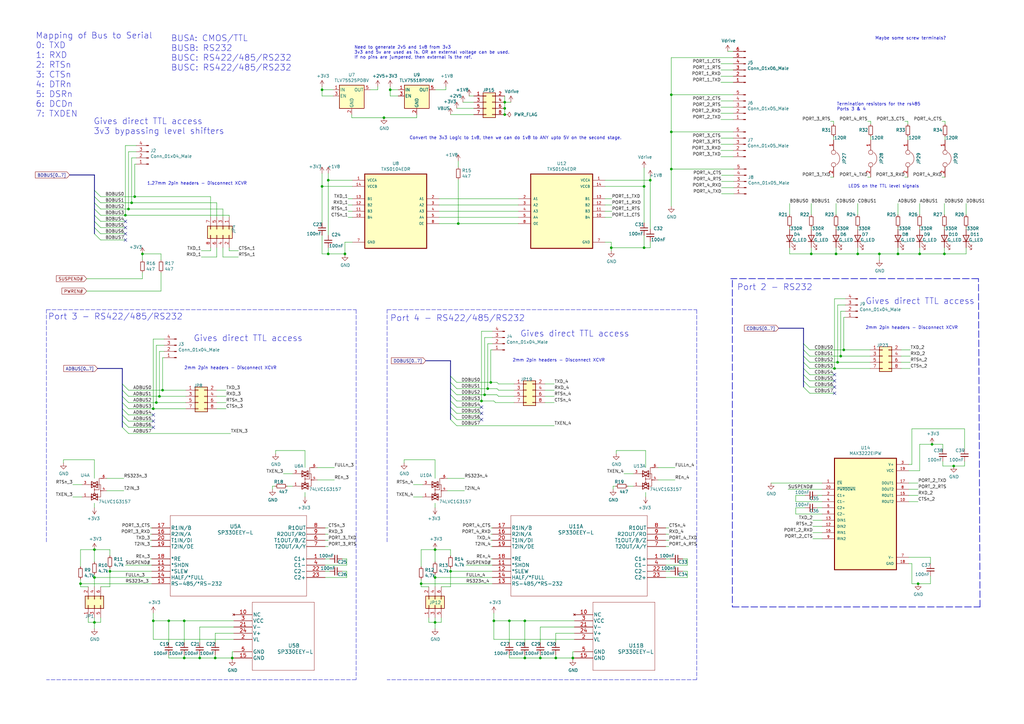
<source format=kicad_sch>
(kicad_sch (version 20211123) (generator eeschema)
  (paper "A3")
  (title_block (title "Imperial Debugger") (date "2022-01-01") (rev "0.9") (company "Achenarian Empire") (comment 1 "Drawn by: Marc Kelly"))
  (junction (at 221.615 269.875))
  (junction (at 200.025 159.385))
  (junction (at 53.975 83.185))
  (junction (at 332.74 104.14))
  (junction (at 377.19 104.14))
  (junction (at 132.08 36.83))
  (junction (at 215.265 269.875))
  (junction (at 342.9 104.14))
  (junction (at 264.16 101.6))
  (junction (at 52.705 85.725))
  (junction (at 376.555 239.395))
  (junction (at 234.95 269.875))
  (junction (at 134.62 73.914))
  (junction (at 62.865 254.635))
  (junction (at 275.336 54.102))
  (junction (at 275.336 69.342))
  (junction (at 360.68 104.14))
  (junction (at 65.405 162.56))
  (junction (at 368.3 104.14))
  (junction (at 346.075 143.51))
  (junction (at 198.755 161.925))
  (junction (at 66.675 160.02))
  (junction (at 264.16 76.454))
  (junction (at 207.01 46.99))
  (junction (at 38.735 255.27))
  (junction (at 55.245 80.645))
  (junction (at 33.02 239.395))
  (junction (at 64.135 165.1))
  (junction (at 157.48 48.26))
  (junction (at 227.965 269.875))
  (junction (at 81.915 269.875))
  (junction (at 250.698 101.6))
  (junction (at 266.7 73.914))
  (junction (at 351.79 104.14))
  (junction (at 178.435 255.27))
  (junction (at 132.08 76.454))
  (junction (at 38.735 225.425))
  (junction (at 38.735 236.855))
  (junction (at 343.535 148.59))
  (junction (at 178.435 225.425))
  (junction (at 207.01 41.91))
  (junction (at 75.565 254.635))
  (junction (at 387.35 104.14))
  (junction (at 342.265 151.13))
  (junction (at 160.02 36.83))
  (junction (at 45.085 234.315))
  (junction (at 382.27 182.245))
  (junction (at 207.01 44.45))
  (junction (at 275.336 38.862))
  (junction (at 62.865 167.64))
  (junction (at 178.435 236.855))
  (junction (at 141.478 104.14))
  (junction (at 201.295 156.845))
  (junction (at 75.565 269.875))
  (junction (at 172.72 239.395))
  (junction (at 187.96 91.694))
  (junction (at 197.485 164.465))
  (junction (at 69.215 254.635))
  (junction (at 215.265 254.635))
  (junction (at 134.62 104.14))
  (junction (at 184.785 234.315))
  (junction (at 51.435 88.265))
  (junction (at 58.42 104.14))
  (junction (at 95.25 269.875))
  (junction (at 88.265 269.875))
  (junction (at 391.16 191.135))
  (junction (at 208.915 254.635))
  (junction (at 202.565 254.635))
  (junction (at 344.805 146.05))
  (no_connect (at 342.265 161.29))
  (no_connect (at 51.435 90.805))
  (no_connect (at 197.485 167.005))
  (no_connect (at 51.435 98.425))
  (no_connect (at 342.265 153.67))
  (no_connect (at 197.485 172.085))
  (no_connect (at 342.265 156.21))
  (no_connect (at 62.865 175.26))
  (no_connect (at 62.865 170.18))
  (no_connect (at 51.435 93.345))
  (no_connect (at 342.265 158.75))
  (no_connect (at 197.485 169.545))
  (no_connect (at 62.865 172.72))
  (no_connect (at 51.435 95.885))
  (bus_entry (at 329.565 140.97) (size 2.54 2.54))
  (bus_entry (at 50.165 162.56) (size 2.54 2.54))
  (bus_entry (at 38.735 90.805) (size 2.54 2.54))
  (bus_entry (at 38.735 95.885) (size 2.54 2.54))
  (bus_entry (at 50.165 172.72) (size 2.54 2.54))
  (bus_entry (at 38.735 88.265) (size 2.54 2.54))
  (bus_entry (at 50.165 160.02) (size 2.54 2.54))
  (bus_entry (at 329.565 146.05) (size 2.54 2.54))
  (bus_entry (at 184.785 154.305) (size 2.54 2.54))
  (bus_entry (at 38.735 93.345) (size 2.54 2.54))
  (bus_entry (at 329.565 156.21) (size 2.54 2.54))
  (bus_entry (at 184.785 167.005) (size 2.54 2.54))
  (bus_entry (at 329.565 148.59) (size 2.54 2.54))
  (bus_entry (at 329.565 143.51) (size 2.54 2.54))
  (bus_entry (at 184.785 172.085) (size 2.54 2.54))
  (bus_entry (at 184.785 156.845) (size 2.54 2.54))
  (bus_entry (at 38.735 83.185) (size 2.54 2.54))
  (bus_entry (at 50.165 165.1) (size 2.54 2.54))
  (bus_entry (at 38.735 78.105) (size 2.54 2.54))
  (bus_entry (at 184.785 169.545) (size 2.54 2.54))
  (bus_entry (at 329.565 153.67) (size 2.54 2.54))
  (bus_entry (at 184.785 164.465) (size 2.54 2.54))
  (bus_entry (at 329.565 151.13) (size 2.54 2.54))
  (bus_entry (at 38.735 80.645) (size 2.54 2.54))
  (bus_entry (at 184.785 161.925) (size 2.54 2.54))
  (bus_entry (at 50.165 167.64) (size 2.54 2.54))
  (bus_entry (at 50.165 175.26) (size 2.54 2.54))
  (bus_entry (at 50.165 157.48) (size 2.54 2.54))
  (bus_entry (at 329.565 158.75) (size 2.54 2.54))
  (bus_entry (at 50.165 170.18) (size 2.54 2.54))
  (bus_entry (at 38.735 85.725) (size 2.54 2.54))
  (bus_entry (at 184.785 159.385) (size 2.54 2.54))
  (wire (pts (xy 382.27 182.245) (xy 386.715 182.245)))
  (wire (pts (xy 295.656 33.782) (xy 300.736 33.782)))
  (wire (pts (xy 387.35 88.138) (xy 387.35 83.439)))
  (wire (pts (xy 343.535 148.59) (xy 356.87 148.59)))
  (bus (pts (xy 40.005 151.13) (xy 50.165 151.13)))
  (wire (pts (xy 203.835 159.385) (xy 204.47 160.02)))
  (wire (pts (xy 38.735 255.27) (xy 36.195 255.27)))
  (wire (pts (xy 141.478 99.314) (xy 144.526 99.314)))
  (wire (pts (xy 172.72 240.665) (xy 172.72 239.395)))
  (wire (pts (xy 227.965 259.715) (xy 227.965 263.525)))
  (wire (pts (xy 51.435 88.265) (xy 93.98 88.265)))
  (wire (pts (xy 273.05 224.155) (xy 274.32 224.155)))
  (wire (pts (xy 337.185 198.12) (xy 316.23 198.12)))
  (wire (pts (xy 184.785 234.315) (xy 201.93 234.315)))
  (wire (pts (xy 372.745 198.12) (xy 376.555 198.12)))
  (wire (pts (xy 88.265 268.605) (xy 88.265 269.875)))
  (wire (pts (xy 387.35 104.14) (xy 396.24 104.14)))
  (wire (pts (xy 275.336 69.342) (xy 300.99 69.342)))
  (wire (pts (xy 281.94 236.855) (xy 273.05 236.855)))
  (wire (pts (xy 65.405 144.145) (xy 65.405 162.56)))
  (wire (pts (xy 52.705 170.18) (xy 62.865 170.18)))
  (wire (pts (xy 175.895 255.27) (xy 175.895 253.365)))
  (wire (pts (xy 33.02 240.665) (xy 36.195 240.665)))
  (wire (pts (xy 295.656 59.182) (xy 300.736 59.182)))
  (wire (pts (xy 372.745 205.74) (xy 376.555 205.74)))
  (wire (pts (xy 346.71 122.555) (xy 342.265 122.555)))
  (wire (pts (xy 55.245 67.31) (xy 55.245 80.645)))
  (wire (pts (xy 234.95 269.875) (xy 235.585 269.875)))
  (wire (pts (xy 38.735 225.425) (xy 33.02 225.425)))
  (polyline (pts (xy 285.75 278.765) (xy 158.75 278.765)))
  (wire (pts (xy 266.7 99.06) (xy 266.7 101.6)))
  (wire (pts (xy 187.325 174.625) (xy 227.33 174.625)))
  (wire (pts (xy 212.598 86.614) (xy 180.086 86.614)))
  (wire (pts (xy 295.91 71.882) (xy 300.99 71.882)))
  (wire (pts (xy 64.135 141.605) (xy 64.135 165.1)))
  (wire (pts (xy 151.892 36.83) (xy 154.94 36.83)))
  (wire (pts (xy 372.364 57.404) (xy 372.364 56.007)))
  (wire (pts (xy 75.565 263.525) (xy 75.565 254.635)))
  (wire (pts (xy 326.39 208.28) (xy 326.39 210.82)))
  (wire (pts (xy 360.68 104.14) (xy 351.79 104.14)))
  (wire (pts (xy 52.705 177.8) (xy 94.615 177.8)))
  (bus (pts (xy 184.785 164.465) (xy 184.785 167.005)))
  (wire (pts (xy 52.705 175.26) (xy 62.865 175.26)))
  (wire (pts (xy 201.93 143.51) (xy 201.295 143.51)))
  (wire (pts (xy 275.336 69.342) (xy 275.336 54.102)))
  (wire (pts (xy 341.884 72.644) (xy 340.614 72.644)))
  (bus (pts (xy 50.165 157.48) (xy 50.165 160.02)))
  (wire (pts (xy 273.05 216.535) (xy 274.32 216.535)))
  (wire (pts (xy 204.47 162.56) (xy 210.82 162.56)))
  (wire (pts (xy 178.435 236.855) (xy 201.93 236.855)))
  (wire (pts (xy 41.275 85.725) (xy 52.705 85.725)))
  (wire (pts (xy 95.885 259.715) (xy 88.265 259.715)))
  (wire (pts (xy 58.42 114.3) (xy 58.42 111.76)))
  (wire (pts (xy 300.736 23.622) (xy 275.336 23.622)))
  (wire (pts (xy 173.355 198.755) (xy 169.545 198.755)))
  (wire (pts (xy 38.735 240.665) (xy 38.735 236.855)))
  (bus (pts (xy 329.565 156.21) (xy 329.565 158.75)))
  (wire (pts (xy 91.44 105.41) (xy 91.44 101.6)))
  (wire (pts (xy 374.015 175.895) (xy 395.605 175.895)))
  (wire (pts (xy 351.79 104.14) (xy 351.79 101.6)))
  (wire (pts (xy 134.62 101.6) (xy 134.62 104.14)))
  (wire (pts (xy 41.275 93.345) (xy 51.435 93.345)))
  (polyline (pts (xy 19.05 127) (xy 146.05 127)))
  (wire (pts (xy 259.715 199.39) (xy 257.556 199.39)))
  (wire (pts (xy 201.93 216.535) (xy 201.295 216.535)))
  (wire (pts (xy 332.105 156.21) (xy 342.265 156.21)))
  (wire (pts (xy 381.635 231.14) (xy 381.635 228.6)))
  (wire (pts (xy 201.93 221.615) (xy 201.295 221.615)))
  (wire (pts (xy 332.74 104.14) (xy 332.74 101.6)))
  (wire (pts (xy 357.124 49.784) (xy 355.854 49.784)))
  (wire (pts (xy 337.185 220.98) (xy 333.375 220.98)))
  (wire (pts (xy 395.605 175.895) (xy 395.605 184.15)))
  (wire (pts (xy 377.19 93.98) (xy 377.19 93.218)))
  (wire (pts (xy 387.604 50.927) (xy 387.604 49.784)))
  (wire (pts (xy 142.24 229.235) (xy 140.335 229.235)))
  (wire (pts (xy 376.555 239.395) (xy 381.635 239.395)))
  (wire (pts (xy 86.36 102.87) (xy 82.55 102.87)))
  (wire (pts (xy 332.105 146.05) (xy 344.805 146.05)))
  (wire (pts (xy 144.272 48.26) (xy 144.272 46.99)))
  (wire (pts (xy 248.158 76.454) (xy 264.16 76.454)))
  (wire (pts (xy 194.31 44.45) (xy 187.325 44.45)))
  (wire (pts (xy 45.085 234.315) (xy 45.085 240.665)))
  (wire (pts (xy 346.075 143.51) (xy 356.87 143.51)))
  (wire (pts (xy 215.265 254.635) (xy 235.585 254.635)))
  (wire (pts (xy 134.62 96.52) (xy 134.62 73.914)))
  (wire (pts (xy 69.215 269.875) (xy 69.215 268.605)))
  (wire (pts (xy 201.93 135.89) (xy 197.485 135.89)))
  (wire (pts (xy 38.735 255.27) (xy 38.735 253.365)))
  (wire (pts (xy 323.85 93.98) (xy 323.85 93.218)))
  (wire (pts (xy 33.02 239.395) (xy 62.23 239.395)))
  (wire (pts (xy 266.7 73.914) (xy 266.7 93.98)))
  (wire (pts (xy 221.615 257.175) (xy 221.615 263.525)))
  (wire (pts (xy 144.526 86.614) (xy 142.748 86.614)))
  (wire (pts (xy 360.68 104.14) (xy 368.3 104.14)))
  (wire (pts (xy 141.478 99.314) (xy 141.478 104.14)))
  (wire (pts (xy 264.795 203.835) (xy 264.795 201.93)))
  (wire (pts (xy 133.35 231.775) (xy 142.24 231.775)))
  (wire (pts (xy 51.435 59.69) (xy 51.435 88.265)))
  (wire (pts (xy 227.965 269.875) (xy 234.95 269.875)))
  (wire (pts (xy 75.565 268.605) (xy 75.565 269.875)))
  (wire (pts (xy 360.68 106.68) (xy 360.68 104.14)))
  (wire (pts (xy 187.96 91.694) (xy 180.086 91.694)))
  (wire (pts (xy 250.952 81.534) (xy 248.158 81.534)))
  (wire (pts (xy 88.9 162.56) (xy 92.71 162.56)))
  (wire (pts (xy 273.05 231.775) (xy 281.94 231.775)))
  (wire (pts (xy 377.19 182.245) (xy 382.27 182.245)))
  (wire (pts (xy 207.01 41.91) (xy 209.55 41.91)))
  (wire (pts (xy 201.295 224.155) (xy 201.93 224.155)))
  (wire (pts (xy 377.19 104.14) (xy 377.19 101.6)))
  (wire (pts (xy 202.565 262.255) (xy 235.585 262.255)))
  (wire (pts (xy 178.435 208.28) (xy 178.435 206.375)))
  (wire (pts (xy 95.25 269.875) (xy 95.885 269.875)))
  (wire (pts (xy 55.88 64.77) (xy 53.975 64.77)))
  (wire (pts (xy 62.865 139.065) (xy 62.865 167.64)))
  (wire (pts (xy 342.9 88.138) (xy 342.9 83.439)))
  (wire (pts (xy 133.35 221.615) (xy 134.62 221.615)))
  (wire (pts (xy 38.735 236.855) (xy 62.23 236.855)))
  (wire (pts (xy 144.526 73.914) (xy 134.62 73.914)))
  (wire (pts (xy 178.435 188.595) (xy 178.435 196.215)))
  (wire (pts (xy 132.08 76.454) (xy 144.526 76.454)))
  (polyline (pts (xy 300.355 114.935) (xy 300.355 248.92)) (stroke (width 0.254)))
  (wire (pts (xy 132.08 76.454) (xy 132.08 91.44)))
  (wire (pts (xy 357.124 50.927) (xy 357.124 49.784)))
  (wire (pts (xy 342.265 151.13) (xy 356.87 151.13)))
  (wire (pts (xy 264.16 101.6) (xy 264.16 96.52)))
  (wire (pts (xy 295.656 26.162) (xy 300.736 26.162)))
  (wire (pts (xy 187.325 159.385) (xy 200.025 159.385)))
  (bus (pts (xy 329.565 140.97) (xy 329.565 143.51)))
  (wire (pts (xy 342.9 104.14) (xy 332.74 104.14)))
  (wire (pts (xy 351.79 88.138) (xy 351.79 83.439)))
  (wire (pts (xy 180.086 84.074) (xy 212.598 84.074)))
  (wire (pts (xy 67.31 146.685) (xy 66.675 146.685)))
  (wire (pts (xy 75.565 254.635) (xy 95.885 254.635)))
  (wire (pts (xy 26.035 189.865) (xy 26.035 188.595)))
  (wire (pts (xy 52.705 85.725) (xy 91.44 85.725)))
  (wire (pts (xy 295.91 79.502) (xy 300.99 79.502)))
  (wire (pts (xy 295.656 49.022) (xy 300.736 49.022)))
  (wire (pts (xy 81.915 257.175) (xy 81.915 263.525)))
  (wire (pts (xy 141.478 104.14) (xy 141.478 104.394)))
  (wire (pts (xy 88.265 269.875) (xy 81.915 269.875)))
  (wire (pts (xy 342.9 104.14) (xy 342.9 101.6)))
  (wire (pts (xy 381.635 239.395) (xy 381.635 236.22)))
  (wire (pts (xy 223.52 157.48) (xy 227.33 157.48)))
  (wire (pts (xy 180.086 89.154) (xy 212.598 89.154)))
  (wire (pts (xy 201.93 219.075) (xy 201.295 219.075)))
  (wire (pts (xy 223.52 165.1) (xy 227.33 165.1)))
  (wire (pts (xy 66.04 111.76) (xy 66.04 119.38)))
  (wire (pts (xy 41.275 80.645) (xy 55.245 80.645)))
  (wire (pts (xy 144.526 89.154) (xy 142.748 89.154)))
  (wire (pts (xy 187.96 66.04) (xy 187.96 68.58)))
  (wire (pts (xy 368.3 93.98) (xy 368.3 93.218)))
  (wire (pts (xy 346.71 125.095) (xy 343.535 125.095)))
  (wire (pts (xy 396.24 104.14) (xy 396.24 101.6)))
  (wire (pts (xy 248.158 73.914) (xy 266.7 73.914)))
  (wire (pts (xy 184.785 240.665) (xy 184.785 234.315)))
  (wire (pts (xy 45.085 234.315) (xy 45.085 233.045)))
  (wire (pts (xy 134.62 104.14) (xy 132.08 104.14)))
  (wire (pts (xy 67.31 144.145) (xy 65.405 144.145)))
  (wire (pts (xy 132.08 71.12) (xy 132.08 76.454)))
  (bus (pts (xy 329.565 153.67) (xy 329.565 156.21)))
  (wire (pts (xy 372.364 49.784) (xy 371.094 49.784)))
  (wire (pts (xy 187.325 172.085) (xy 197.485 172.085)))
  (wire (pts (xy 41.275 88.265) (xy 51.435 88.265)))
  (wire (pts (xy 250.952 86.614) (xy 248.158 86.614)))
  (wire (pts (xy 41.275 83.185) (xy 53.975 83.185)))
  (wire (pts (xy 33.655 203.835) (xy 29.845 203.835)))
  (wire (pts (xy 266.7 72.39) (xy 266.7 73.914)))
  (wire (pts (xy 275.336 54.102) (xy 275.336 38.862)))
  (wire (pts (xy 67.31 141.605) (xy 64.135 141.605)))
  (wire (pts (xy 160.02 39.37) (xy 160.02 36.83)))
  (bus (pts (xy 329.565 134.62) (xy 329.565 140.97)))
  (wire (pts (xy 184.785 240.665) (xy 180.975 240.665)))
  (wire (pts (xy 43.815 196.215) (xy 50.8 196.215)))
  (wire (pts (xy 187.325 161.925) (xy 198.755 161.925)))
  (bus (pts (xy 38.735 80.645) (xy 38.735 83.185)))
  (wire (pts (xy 132.08 39.37) (xy 132.08 36.83)))
  (wire (pts (xy 332.105 161.29) (xy 342.265 161.29)))
  (wire (pts (xy 369.57 143.51) (xy 373.38 143.51)))
  (wire (pts (xy 41.275 98.425) (xy 51.435 98.425)))
  (wire (pts (xy 357.124 72.644) (xy 355.854 72.644)))
  (wire (pts (xy 264.795 184.785) (xy 252.73 184.785)))
  (wire (pts (xy 52.705 165.1) (xy 64.135 165.1)))
  (wire (pts (xy 273.05 221.615) (xy 274.32 221.615)))
  (wire (pts (xy 55.88 62.23) (xy 52.705 62.23)))
  (wire (pts (xy 342.265 122.555) (xy 342.265 151.13)))
  (bus (pts (xy 38.735 85.725) (xy 38.735 88.265)))
  (wire (pts (xy 275.336 23.622) (xy 275.336 38.862)))
  (wire (pts (xy 337.185 213.36) (xy 333.375 213.36)))
  (wire (pts (xy 52.705 62.23) (xy 52.705 85.725)))
  (wire (pts (xy 208.915 254.635) (xy 202.565 254.635)))
  (wire (pts (xy 120.015 199.39) (xy 117.856 199.39)))
  (wire (pts (xy 197.485 164.465) (xy 202.565 164.465)))
  (wire (pts (xy 326.39 208.28) (xy 330.2 208.28)))
  (wire (pts (xy 337.185 200.66) (xy 323.215 200.66)))
  (wire (pts (xy 61.595 224.155) (xy 62.23 224.155)))
  (wire (pts (xy 33.02 240.665) (xy 33.02 239.395)))
  (wire (pts (xy 45.085 240.665) (xy 41.275 240.665)))
  (wire (pts (xy 95.25 267.335) (xy 95.25 269.875)))
  (wire (pts (xy 142.24 231.775) (xy 142.24 229.235)))
  (wire (pts (xy 223.52 160.02) (xy 227.33 160.02)))
  (bus (pts (xy 50.165 165.1) (xy 50.165 167.64)))
  (wire (pts (xy 372.745 200.66) (xy 376.555 200.66)))
  (wire (pts (xy 369.57 146.05) (xy 373.38 146.05)))
  (wire (pts (xy 234.95 267.335) (xy 234.95 269.875)))
  (wire (pts (xy 207.01 41.91) (xy 207.01 44.45)))
  (wire (pts (xy 215.265 269.875) (xy 208.915 269.875)))
  (wire (pts (xy 88.265 269.875) (xy 95.25 269.875)))
  (wire (pts (xy 203.2 165.1) (xy 210.82 165.1)))
  (wire (pts (xy 66.04 119.38) (xy 35.56 119.38)))
  (wire (pts (xy 295.656 64.262) (xy 300.736 64.262)))
  (wire (pts (xy 142.24 236.855) (xy 133.35 236.855)))
  (wire (pts (xy 323.85 104.14) (xy 323.85 101.6)))
  (wire (pts (xy 178.435 235.585) (xy 178.435 236.855)))
  (wire (pts (xy 66.04 104.14) (xy 66.04 106.68)))
  (wire (pts (xy 344.805 127.635) (xy 344.805 146.05)))
  (polyline (pts (xy 146.05 127) (xy 146.05 278.765)))
  (wire (pts (xy 215.265 269.875) (xy 221.615 269.875)))
  (wire (pts (xy 41.275 90.805) (xy 51.435 90.805)))
  (wire (pts (xy 295.656 31.242) (xy 300.736 31.242)))
  (wire (pts (xy 41.275 253.365) (xy 41.275 255.27)))
  (wire (pts (xy 200.025 159.385) (xy 203.835 159.385)))
  (polyline (pts (xy 401.32 114.3) (xy 299.72 114.3)) (stroke (width 0.254)))
  (wire (pts (xy 170.942 48.26) (xy 157.48 48.26)))
  (wire (pts (xy 264.795 191.77) (xy 264.795 184.785)))
  (wire (pts (xy 173.355 203.835) (xy 169.545 203.835)))
  (wire (pts (xy 323.85 88.138) (xy 323.85 83.439)))
  (wire (pts (xy 351.79 104.14) (xy 342.9 104.14)))
  (wire (pts (xy 369.57 151.13) (xy 373.38 151.13)))
  (wire (pts (xy 52.705 172.72) (xy 62.865 172.72)))
  (wire (pts (xy 208.915 269.875) (xy 208.915 268.605)))
  (wire (pts (xy 178.435 225.425) (xy 172.72 225.425)))
  (wire (pts (xy 55.88 59.69) (xy 51.435 59.69)))
  (wire (pts (xy 64.135 165.1) (xy 76.2 165.1)))
  (wire (pts (xy 332.105 158.75) (xy 342.265 158.75)))
  (wire (pts (xy 250.952 89.154) (xy 248.158 89.154)))
  (wire (pts (xy 250.698 102.87) (xy 250.698 101.6)))
  (wire (pts (xy 208.915 263.525) (xy 208.915 254.635)))
  (wire (pts (xy 387.604 49.784) (xy 386.334 49.784)))
  (wire (pts (xy 281.94 231.775) (xy 281.94 229.235)))
  (wire (pts (xy 52.705 160.02) (xy 66.675 160.02)))
  (bus (pts (xy 50.165 162.56) (xy 50.165 165.1)))
  (wire (pts (xy 372.745 193.04) (xy 377.19 193.04)))
  (bus (pts (xy 50.165 160.02) (xy 50.165 162.56)))
  (wire (pts (xy 387.604 72.644) (xy 386.334 72.644)))
  (wire (pts (xy 172.72 225.425) (xy 172.72 232.41)))
  (wire (pts (xy 88.265 259.715) (xy 88.265 263.525)))
  (wire (pts (xy 38.735 257.81) (xy 38.735 255.27)))
  (wire (pts (xy 372.745 231.14) (xy 374.015 231.14)))
  (wire (pts (xy 163.322 36.83) (xy 160.02 36.83)))
  (wire (pts (xy 234.95 270.51) (xy 234.95 269.875)))
  (bus (pts (xy 319.405 134.62) (xy 329.565 134.62)))
  (wire (pts (xy 341.884 49.784) (xy 340.614 49.784)))
  (wire (pts (xy 38.735 225.425) (xy 45.085 225.425)))
  (wire (pts (xy 88.9 101.6) (xy 88.9 105.41)))
  (wire (pts (xy 227.965 269.875) (xy 221.615 269.875)))
  (wire (pts (xy 170.942 46.99) (xy 170.942 48.26)))
  (wire (pts (xy 38.735 188.595) (xy 38.735 196.215)))
  (wire (pts (xy 160.02 36.83) (xy 160.02 35.56)))
  (wire (pts (xy 178.435 255.27) (xy 175.895 255.27)))
  (wire (pts (xy 281.94 229.235) (xy 280.035 229.235)))
  (wire (pts (xy 88.9 165.1) (xy 92.71 165.1)))
  (polyline (pts (xy 146.05 278.765) (xy 19.05 278.765)))
  (wire (pts (xy 276.86 196.85) (xy 269.875 196.85)))
  (wire (pts (xy 137.16 196.85) (xy 130.175 196.85)))
  (wire (pts (xy 165.735 189.865) (xy 165.735 188.595)))
  (wire (pts (xy 369.57 148.59) (xy 373.38 148.59)))
  (wire (pts (xy 65.405 162.56) (xy 76.2 162.56)))
  (wire (pts (xy 184.785 227.965) (xy 184.785 225.425)))
  (wire (pts (xy 62.865 254.635) (xy 62.865 251.46)))
  (wire (pts (xy 326.39 205.74) (xy 326.39 203.2)))
  (wire (pts (xy 62.865 262.255) (xy 95.885 262.255)))
  (wire (pts (xy 178.435 255.27) (xy 178.435 253.365)))
  (wire (pts (xy 95.25 267.335) (xy 95.885 267.335)))
  (wire (pts (xy 154.94 36.83) (xy 154.94 35.56)))
  (wire (pts (xy 374.015 175.895) (xy 374.015 190.5)))
  (wire (pts (xy 66.675 160.02) (xy 76.2 160.02)))
  (wire (pts (xy 374.015 231.14) (xy 374.015 239.395)))
  (wire (pts (xy 273.05 229.235) (xy 274.955 229.235)))
  (wire (pts (xy 204.47 160.02) (xy 210.82 160.02)))
  (wire (pts (xy 58.42 104.14) (xy 66.04 104.14)))
  (wire (pts (xy 250.698 101.6) (xy 250.698 99.314)))
  (wire (pts (xy 295.656 56.642) (xy 300.736 56.642)))
  (wire (pts (xy 187.325 164.465) (xy 197.485 164.465)))
  (wire (pts (xy 135.255 234.315) (xy 133.35 234.315)))
  (wire (pts (xy 332.105 153.67) (xy 342.265 153.67)))
  (polyline (pts (xy 285.75 127) (xy 285.75 278.765)))
  (wire (pts (xy 396.24 88.138) (xy 396.24 83.439)))
  (polyline (pts (xy 158.75 127) (xy 285.75 127)))
  (wire (pts (xy 86.36 102.87) (xy 86.36 101.6)))
  (wire (pts (xy 346.075 130.175) (xy 346.075 143.51)))
  (wire (pts (xy 178.435 225.425) (xy 178.435 230.505)))
  (wire (pts (xy 357.124 57.404) (xy 357.124 56.007)))
  (wire (pts (xy 346.71 130.175) (xy 346.075 130.175)))
  (bus (pts (xy 50.165 172.72) (xy 50.165 175.26)))
  (wire (pts (xy 178.435 257.81) (xy 178.435 255.27)))
  (wire (pts (xy 93.98 88.265) (xy 93.98 88.9)))
  (wire (pts (xy 140.335 234.315) (xy 142.24 234.315)))
  (wire (pts (xy 235.585 259.715) (xy 227.965 259.715)))
  (wire (pts (xy 137.16 191.77) (xy 130.175 191.77)))
  (wire (pts (xy 276.86 191.77) (xy 269.875 191.77)))
  (wire (pts (xy 136.652 36.83) (xy 132.08 36.83)))
  (wire (pts (xy 93.98 102.87) (xy 93.98 101.6)))
  (bus (pts (xy 184.785 161.925) (xy 184.785 164.465)))
  (wire (pts (xy 201.295 156.845) (xy 203.835 156.845)))
  (wire (pts (xy 264.16 101.6) (xy 250.698 101.6)))
  (bus (pts (xy 184.785 154.305) (xy 184.785 156.845)))
  (wire (pts (xy 295.91 76.962) (xy 300.99 76.962)))
  (wire (pts (xy 275.336 38.862) (xy 300.736 38.862)))
  (wire (pts (xy 165.735 188.595) (xy 178.435 188.595)))
  (wire (pts (xy 368.3 104.14) (xy 377.19 104.14)))
  (wire (pts (xy 75.565 269.875) (xy 69.215 269.875)))
  (wire (pts (xy 201.93 231.775) (xy 191.135 231.775)))
  (wire (pts (xy 295.656 28.702) (xy 300.736 28.702)))
  (wire (pts (xy 62.23 219.075) (xy 61.595 219.075)))
  (wire (pts (xy 372.745 203.2) (xy 376.555 203.2)))
  (wire (pts (xy 368.3 101.6) (xy 368.3 104.14)))
  (bus (pts (xy 184.785 167.005) (xy 184.785 169.545)))
  (wire (pts (xy 45.085 227.965) (xy 45.085 225.425)))
  (wire (pts (xy 69.215 254.635) (xy 62.865 254.635)))
  (bus (pts (xy 50.165 151.13) (xy 50.165 157.48)))
  (wire (pts (xy 377.19 88.138) (xy 377.19 83.439)))
  (wire (pts (xy 203.835 161.925) (xy 204.47 162.56)))
  (wire (pts (xy 163.322 39.37) (xy 160.02 39.37)))
  (wire (pts (xy 113.03 184.785) (xy 113.03 186.055)))
  (wire (pts (xy 67.31 139.065) (xy 62.865 139.065)))
  (wire (pts (xy 136.652 39.37) (xy 132.08 39.37)))
  (wire (pts (xy 75.565 269.875) (xy 81.915 269.875)))
  (wire (pts (xy 332.105 143.51) (xy 346.075 143.51)))
  (wire (pts (xy 337.185 218.44) (xy 333.375 218.44)))
  (wire (pts (xy 387.604 57.404) (xy 387.604 56.007)))
  (wire (pts (xy 250.698 99.314) (xy 248.158 99.314)))
  (wire (pts (xy 201.93 140.97) (xy 200.025 140.97)))
  (wire (pts (xy 120.015 194.31) (xy 116.205 194.31)))
  (wire (pts (xy 33.02 225.425) (xy 33.02 232.41)))
  (bus (pts (xy 184.785 147.955) (xy 184.785 154.305)))
  (bus (pts (xy 184.785 159.385) (xy 184.785 161.925)))
  (wire (pts (xy 203.835 156.845) (xy 204.47 157.48)))
  (wire (pts (xy 341.884 50.927) (xy 341.884 49.784)))
  (wire (pts (xy 391.16 191.135) (xy 386.715 191.135)))
  (wire (pts (xy 33.655 198.755) (xy 29.845 198.755)))
  (wire (pts (xy 62.23 216.535) (xy 61.595 216.535)))
  (wire (pts (xy 144.526 84.074) (xy 142.748 84.074)))
  (wire (pts (xy 69.215 263.525) (xy 69.215 254.635)))
  (wire (pts (xy 194.31 39.37) (xy 192.405 39.37)))
  (wire (pts (xy 62.865 254.635) (xy 62.865 262.255)))
  (wire (pts (xy 201.93 138.43) (xy 198.755 138.43)))
  (wire (pts (xy 215.265 263.525) (xy 215.265 254.635)))
  (wire (pts (xy 35.56 114.3) (xy 58.42 114.3)))
  (wire (pts (xy 207.01 39.37) (xy 207.01 41.91)))
  (wire (pts (xy 374.015 239.395) (xy 376.555 239.395)))
  (wire (pts (xy 184.785 46.99) (xy 194.31 46.99)))
  (wire (pts (xy 377.19 193.04) (xy 377.19 182.245)))
  (wire (pts (xy 81.915 269.875) (xy 81.915 268.605)))
  (wire (pts (xy 36.195 255.27) (xy 36.195 253.365)))
  (wire (pts (xy 295.656 43.942) (xy 300.736 43.942)))
  (polyline (pts (xy 401.955 248.92) (xy 401.32 114.3)) (stroke (width 0.254)))
  (wire (pts (xy 234.95 267.335) (xy 235.585 267.335)))
  (bus (pts (xy 174.625 147.955) (xy 184.785 147.955)))
  (wire (pts (xy 125.095 203.835) (xy 125.095 201.93)))
  (wire (pts (xy 341.884 57.404) (xy 341.884 56.007)))
  (polyline (pts (xy 19.05 222.25) (xy 19.05 127)))
  (wire (pts (xy 351.79 93.98) (xy 351.79 93.218)))
  (wire (pts (xy 252.73 184.785) (xy 252.73 186.055)))
  (wire (pts (xy 52.705 162.56) (xy 65.405 162.56)))
  (wire (pts (xy 184.785 234.315) (xy 184.785 233.045)))
  (wire (pts (xy 212.598 91.694) (xy 187.96 91.694)))
  (wire (pts (xy 250.952 84.074) (xy 248.158 84.074)))
  (wire (pts (xy 346.71 127.635) (xy 344.805 127.635)))
  (wire (pts (xy 111.76 200.66) (xy 111.76 199.39)))
  (bus (pts (xy 329.565 143.51) (xy 329.565 146.05)))
  (wire (pts (xy 295.656 41.402) (xy 300.736 41.402)))
  (wire (pts (xy 38.735 208.28) (xy 38.735 206.375)))
  (polyline (pts (xy 158.75 222.25) (xy 158.75 127)))
  (wire (pts (xy 182.88 36.83) (xy 182.88 35.56)))
  (bus (pts (xy 38.735 71.755) (xy 38.735 78.105)))
  (wire (pts (xy 125.095 191.77) (xy 125.095 184.785)))
  (wire (pts (xy 395.605 191.135) (xy 391.16 191.135)))
  (wire (pts (xy 200.025 140.97) (xy 200.025 159.385)))
  (wire (pts (xy 95.25 270.51) (xy 95.25 269.875)))
  (wire (pts (xy 62.23 231.775) (xy 51.435 231.775)))
  (wire (pts (xy 326.39 210.82) (xy 337.185 210.82)))
  (wire (pts (xy 38.735 235.585) (xy 38.735 236.855)))
  (wire (pts (xy 178.435 225.425) (xy 184.785 225.425)))
  (wire (pts (xy 62.23 221.615) (xy 61.595 221.615)))
  (wire (pts (xy 88.9 83.185) (xy 88.9 88.9)))
  (wire (pts (xy 86.36 88.9) (xy 86.36 80.645)))
  (wire (pts (xy 221.615 269.875) (xy 221.615 268.605)))
  (wire (pts (xy 198.755 161.925) (xy 203.835 161.925)))
  (wire (pts (xy 144.526 81.534) (xy 142.748 81.534)))
  (wire (pts (xy 194.31 41.91) (xy 189.865 41.91)))
  (wire (pts (xy 343.535 125.095) (xy 343.535 148.59)))
  (wire (pts (xy 38.735 225.425) (xy 38.735 230.505)))
  (wire (pts (xy 201.93 229.235) (xy 201.295 229.235)))
  (wire (pts (xy 178.562 36.83) (xy 182.88 36.83)))
  (bus (pts (xy 38.735 90.805) (xy 38.735 93.345)))
  (wire (pts (xy 91.44 88.9) (xy 91.44 85.725)))
  (wire (pts (xy 227.965 268.605) (xy 227.965 269.875)))
  (wire (pts (xy 172.72 240.665) (xy 175.895 240.665)))
  (wire (pts (xy 187.325 167.005) (xy 197.485 167.005)))
  (wire (pts (xy 326.39 203.2) (xy 330.2 203.2)))
  (wire (pts (xy 332.74 104.14) (xy 323.85 104.14)))
  (bus (pts (xy 38.735 83.185) (xy 38.735 85.725)))
  (wire (pts (xy 132.08 104.14) (xy 132.08 96.52)))
  (bus (pts (xy 184.785 169.545) (xy 184.785 172.085)))
  (wire (pts (xy 111.76 199.39) (xy 112.776 199.39)))
  (wire (pts (xy 197.485 135.89) (xy 197.485 164.465)))
  (wire (pts (xy 55.245 80.645) (xy 86.36 80.645)))
  (wire (pts (xy 33.02 239.395) (xy 33.02 237.49)))
  (wire (pts (xy 381.635 228.6) (xy 372.745 228.6)))
  (wire (pts (xy 198.755 138.43) (xy 198.755 161.925)))
  (wire (pts (xy 342.9 93.98) (xy 342.9 93.218)))
  (polyline (pts (xy 300.355 248.92) (xy 401.955 248.92)) (stroke (width 0.254)))
  (wire (pts (xy 344.805 146.05) (xy 356.87 146.05)))
  (wire (pts (xy 58.42 104.14) (xy 58.42 106.68)))
  (wire (pts (xy 295.91 74.422) (xy 300.99 74.422)))
  (wire (pts (xy 266.7 101.6) (xy 264.16 101.6)))
  (wire (pts (xy 190.5 201.295) (xy 183.515 201.295)))
  (wire (pts (xy 387.35 93.98) (xy 387.35 93.218)))
  (wire (pts (xy 187.96 73.66) (xy 187.96 91.694)))
  (wire (pts (xy 62.865 167.64) (xy 76.2 167.64)))
  (wire (pts (xy 332.74 88.138) (xy 332.74 83.439)))
  (bus (pts (xy 50.165 167.64) (xy 50.165 170.18)))
  (wire (pts (xy 332.105 151.13) (xy 342.265 151.13)))
  (wire (pts (xy 134.62 104.14) (xy 141.478 104.14)))
  (wire (pts (xy 274.955 234.315) (xy 273.05 234.315)))
  (wire (pts (xy 337.185 215.9) (xy 333.375 215.9)))
  (wire (pts (xy 142.24 234.315) (xy 142.24 236.855)))
  (wire (pts (xy 264.16 91.44) (xy 264.16 76.454)))
  (wire (pts (xy 82.55 105.41) (xy 88.9 105.41)))
  (wire (pts (xy 133.35 229.235) (xy 135.255 229.235)))
  (wire (pts (xy 50.8 201.295) (xy 43.815 201.295)))
  (wire (pts (xy 75.565 254.635) (xy 69.215 254.635)))
  (wire (pts (xy 207.01 44.45) (xy 207.01 46.99)))
  (wire (pts (xy 295.656 46.482) (xy 300.736 46.482)))
  (wire (pts (xy 251.46 200.66) (xy 251.46 199.39)))
  (bus (pts (xy 28.575 71.755) (xy 38.735 71.755)))
  (wire (pts (xy 202.565 254.635) (xy 202.565 262.255)))
  (wire (pts (xy 41.275 255.27) (xy 38.735 255.27)))
  (wire (pts (xy 377.19 104.14) (xy 387.35 104.14)))
  (wire (pts (xy 133.35 216.535) (xy 134.62 216.535)))
  (wire (pts (xy 337.185 203.2) (xy 335.28 203.2)))
  (wire (pts (xy 88.9 167.64) (xy 92.71 167.64)))
  (wire (pts (xy 157.48 48.26) (xy 144.272 48.26)))
  (wire (pts (xy 251.46 199.39) (xy 252.476 199.39)))
  (wire (pts (xy 264.16 68.834) (xy 264.16 76.454)))
  (wire (pts (xy 201.295 143.51) (xy 201.295 156.845)))
  (wire (pts (xy 66.675 146.685) (xy 66.675 160.02)))
  (wire (pts (xy 387.35 101.6) (xy 387.35 104.14)))
  (bus (pts (xy 329.565 148.59) (xy 329.565 151.13)))
  (wire (pts (xy 275.336 84.582) (xy 275.336 69.342)))
  (wire (pts (xy 132.08 36.83) (xy 132.08 35.56)))
  (wire (pts (xy 386.715 182.245) (xy 386.715 184.15)))
  (wire (pts (xy 335.28 208.28) (xy 337.185 208.28)))
  (bus (pts (xy 329.565 146.05) (xy 329.565 148.59)))
  (wire (pts (xy 386.715 191.135) (xy 386.715 189.23)))
  (wire (pts (xy 337.185 205.74) (xy 326.39 205.74)))
  (wire (pts (xy 212.598 81.534) (xy 180.086 81.534)))
  (wire (pts (xy 204.47 157.48) (xy 210.82 157.48)))
  (wire (pts (xy 280.035 234.315) (xy 281.94 234.315)))
  (wire (pts (xy 172.72 239.395) (xy 172.72 237.49)))
  (wire (pts (xy 172.72 239.395) (xy 201.93 239.395)))
  (bus (pts (xy 38.735 78.105) (xy 38.735 80.645)))
  (wire (pts (xy 332.105 148.59) (xy 343.535 148.59)))
  (wire (pts (xy 133.35 219.075) (xy 134.62 219.075)))
  (wire (pts (xy 125.095 184.785) (xy 113.03 184.785)))
  (wire (pts (xy 187.325 169.545) (xy 197.485 169.545)))
  (bus (pts (xy 38.735 88.265) (xy 38.735 90.805)))
  (wire (pts (xy 395.605 189.23) (xy 395.605 191.135)))
  (wire (pts (xy 178.435 240.665) (xy 178.435 236.855)))
  (wire (pts (xy 368.3 88.138) (xy 368.3 83.439)))
  (wire (pts (xy 91.44 105.41) (xy 97.79 105.41)))
  (bus (pts (xy 38.735 93.345) (xy 38.735 95.885)))
  (wire (pts (xy 53.975 64.77) (xy 53.975 83.185)))
  (wire (pts (xy 183.515 196.215) (xy 190.5 196.215)))
  (wire (pts (xy 53.975 83.185) (xy 88.9 83.185)))
  (wire (pts (xy 259.715 194.31) (xy 255.905 194.31)))
  (wire (pts (xy 134.62 73.914) (xy 134.62 71.12)))
  (wire (pts (xy 62.23 229.235) (xy 61.595 229.235)))
  (bus (pts (xy 184.785 156.845) (xy 184.785 159.385)))
  (wire (pts (xy 298.45 21.082) (xy 300.736 21.082)))
  (wire (pts (xy 41.275 95.885) (xy 51.435 95.885)))
  (wire (pts (xy 215.265 268.605) (xy 215.265 269.875)))
  (wire (pts (xy 372.745 190.5) (xy 374.015 190.5)))
  (wire (pts (xy 275.336 54.102) (xy 300.736 54.102)))
  (wire (pts (xy 223.52 162.56) (xy 227.33 162.56)))
  (wire (pts (xy 93.98 102.87) (xy 97.79 102.87)))
  (wire (pts (xy 372.364 72.644) (xy 371.094 72.644)))
  (wire (pts (xy 332.74 93.98) (xy 332.74 93.218)))
  (wire (pts (xy 180.975 253.365) (xy 180.975 255.27)))
  (wire (pts (xy 26.035 188.595) (xy 38.735 188.595)))
  (bus (pts (xy 50.165 170.18) (xy 50.165 172.72)))
  (wire (pts (xy 88.9 160.02) (xy 92.71 160.02)))
  (wire (pts (xy 45.085 234.315) (xy 62.23 234.315)))
  (wire (pts (xy 215.265 254.635) (xy 208.915 254.635)))
  (wire (pts (xy 180.975 255.27) (xy 178.435 255.27)))
  (wire (pts (xy 133.35 224.155) (xy 134.62 224.155)))
  (wire (pts (xy 235.585 257.175) (xy 221.615 257.175)))
  (wire (pts (xy 396.24 93.98) (xy 396.24 93.218)))
  (wire (pts (xy 55.88 67.31) (xy 55.245 67.31)))
  (wire (pts (xy 52.705 167.64) (xy 62.865 167.64)))
  (wire (pts (xy 202.565 254.635) (xy 202.565 251.46)))
  (wire (pts (xy 372.364 50.927) (xy 372.364 49.784)))
  (wire (pts (xy 281.94 234.315) (xy 281.94 236.855)))
  (wire (pts (xy 295.656 61.722) (xy 300.736 61.722)))
  (wire (pts (xy 95.885 257.175) (xy 81.915 257.175)))
  (wire (pts (xy 202.565 164.465) (xy 203.2 165.1)))
  (bus (pts (xy 329.565 151.13) (xy 329.565 153.67)))
  (wire (pts (xy 187.325 156.845) (xy 201.295 156.845)))
  (wire (pts (xy 273.05 219.075) (xy 274.32 219.075)))
  (text "Gives direct TTL access" (at 79.375 140.335 0) (effects (font (size 2.4892 2.4892)) (justify left bottom)))
  (text "1.27mm 2pin headers - Disconnect XCVR\n" (at 60.325 76.073 0) (effects (font (size 1.27 1.27)) (justify left bottom)))
  (text "Convert the 3v3 Logic to 1v8, then we can do 1v8 to ANY upto 5V on the second stage." (at 167.894 57.404 0) (effects (font (size 1.27 1.27)) (justify left bottom)))
  (text "Need to generate 2v5 and 1v8 from 3v3\n3v3 and 5v are used as is. OR an external voltage can be used.\nIf no pins are jumpered, then external is the ref.\n\n" (at 145.288 26.416 0) (effects (font (size 1.27 1.27)) (justify left bottom)))
  (text "LEDS on the TTL level signals" (at 347.853 77.216 0) (effects (font (size 1.27 1.27)) (justify left bottom)))
  (text "2mm 2pin headers - Disconnect XCVR\n" (at 354.965 135.255 0) (effects (font (size 1.27 1.27)) (justify left bottom)))
  (text "Port 3 - RS422/485/RS232" (at 19.685 131.445 0) (effects (font (size 2.4892 2.4892)) (justify left bottom)))
  (text "BUSA: CMOS/TTL\nBUSB: RS232\nBUSC: RS422/485/RS232\nBUSC: RS422/485/RS232\n" (at 70.104 29.337 0) (effects (font (size 2.4892 2.4892)) (justify left bottom)))
  (text "Gives direct TTL access" (at 213.36 138.43 0) (effects (font (size 2.4892 2.4892)) (justify left bottom)))
  (text "Gives direct TTL access\n3v3 bypassing level shifters" (at 38.354 55.372 0) (effects (font (size 2.4892 2.4892)) (justify left bottom)))
  (text "Termination resistors for the rs485\nPorts 3 & 4" (at 343.154 45.593 0) (effects (font (size 1.27 1.27)) (justify left bottom)))
  (text "2mm 2pin headers - Disconnect XCVR\n" (at 210.185 148.59 0) (effects (font (size 1.27 1.27)) (justify left bottom)))
  (text "Maybe some screw terminals?" (at 358.902 16.51 0) (effects (font (size 1.27 1.27)) (justify left bottom)))
  (text "Gives direct TTL access" (at 354.965 125.095 0) (effects (font (size 2.4892 2.4892)) (justify left bottom)))
  (text "2mm 2pin headers - Disconnect XCVR\n" (at 75.565 151.765 0) (effects (font (size 1.27 1.27)) (justify left bottom)))
  (text "Port 2 - RS232" (at 302.26 119.38 0) (effects (font (size 2.4892 2.4892)) (justify left bottom)))
  (text "Mapping of Bus to Serial\n0: TXD\n1: RXD\n2: RTSn\n3: CTSn\n4: DTRn\n5: DSRn\n6: DCDn\n7: TXDEN" (at 14.605 48.26 0) (effects (font (size 2.4892 2.4892)) (justify left bottom)))
  (text "Port 4 - RS422/485/RS232" (at 160.02 132.08 0) (effects (font (size 2.4892 2.4892)) (justify left bottom)))
  (label "RXD_1" (at 82.55 105.41 180))
  (label "CTSn_1" (at 97.79 102.87 0))
  (label "ADBUS6" (at 54.61 175.26 0))
  (label "PORT_4_TXD" (at 274.32 221.615 0))
  (label "ADBUS3" (at 54.61 167.64 0))
  (label "DDBUS1" (at 396.24 83.439 0))
  (label "PORT_2_CTS" (at 333.375 220.98 180))
  (label "PORT_1_RXD" (at 250.952 84.074 0))
  (label "BDBUS2" (at 43.18 85.725 0))
  (label "BDBUS0" (at 323.85 83.439 0))
  (label "CDBUS5" (at 334.01 156.21 0))
  (label "DDBUS4" (at 189.23 167.005 0))
  (label "DDBUS1" (at 189.23 159.385 0))
  (label "SUSPEND#" (at 323.215 200.66 0))
  (label "PORT_4_RTS" (at 295.91 74.422 180))
  (label "ADBUS4" (at 54.61 170.18 0))
  (label "RTSn_2" (at 373.38 148.59 0))
  (label "REn_4" (at 201.295 229.235 180))
  (label "RTSn_4" (at 227.33 162.56 0))
  (label "PORT_3_RTS" (at 134.62 224.155 0))
  (label "FULLn_3" (at 137.16 191.77 0))
  (label "ADBUS1" (at 54.61 162.56 0))
  (label "RTSn_3" (at 92.71 165.1 0))
  (label "RXD_1" (at 142.748 84.074 180))
  (label "CTSn_2" (at 376.555 205.74 0))
  (label "PORT_1_RXD" (at 295.656 31.242 180))
  (label "PORT_3_RTS" (at 340.614 49.784 180))
  (label "PORT_4_RXD" (at 201.295 219.075 180))
  (label "PORT_3_CTS" (at 295.656 56.642 180))
  (label "RS323n_3" (at 50.8 196.215 0))
  (label "PORT_2_TXD" (at 376.555 198.12 0))
  (label "DDBUS7" (at 189.23 174.625 0))
  (label "PORT_1_TXD" (at 250.952 81.534 0))
  (label "TXEN_4" (at 255.905 194.31 180))
  (label "PORT_3_TXD" (at 340.614 72.644 180))
  (label "TXEN_3" (at 116.205 194.31 180))
  (label "TXEN_4" (at 169.545 203.835 180))
  (label "PORT_2_RXD" (at 295.656 46.482 180))
  (label "CDBUS4" (at 334.01 153.67 0))
  (label "CDBUS3" (at 334.01 151.13 0))
  (label "RTSn_3" (at 29.845 198.755 180))
  (label "RS323n_3" (at 51.435 239.395 0))
  (label "PORT_4_CTS" (at 386.334 49.784 180))
  (label "PORT_4_TXD" (at 295.91 79.502 180))
  (label "TXD_3" (at 61.595 221.615 180))
  (label "PORT_4_CTS" (at 201.295 216.535 180))
  (label "CTSn_2" (at 373.38 151.13 0))
  (label "PORT_3_RXD" (at 371.094 72.644 180))
  (label "RXD_3" (at 92.71 162.56 0))
  (label "RXD_2" (at 376.555 203.2 0))
  (label "DDBUS3" (at 189.23 164.465 0))
  (label "PORT_1_CTS" (at 250.952 89.154 0))
  (label "RS323n_4" (at 190.5 196.215 0))
  (label "PORT_2_RXD" (at 333.375 218.44 180))
  (label "CDBUS2" (at 334.01 148.59 0))
  (label "RTSn_4" (at 169.545 198.755 180))
  (label "PORT_2_TXD" (at 295.656 49.022 180))
  (label "RTSn_2" (at 333.375 215.9 180))
  (label "TXD_1" (at 82.55 102.87 180))
  (label "PORT_3_TXD" (at 134.62 221.615 0))
  (label "ADBUS0" (at 54.61 160.02 0))
  (label "PORT_4_RXD" (at 386.334 72.644 180))
  (label "DDBUS6" (at 189.23 172.085 0))
  (label "DDBUS2" (at 189.23 161.925 0))
  (label "TXEN_3" (at 29.845 203.835 180))
  (label "PORT_2_RTS" (at 295.656 43.942 180))
  (label "PORT_2_RTS" (at 376.555 200.66 0))
  (label "CTSn_3" (at 134.62 216.535 0))
  (label "BDBUS4" (at 43.18 90.805 0))
  (label "PORT_3_RTS" (at 295.656 59.182 180))
  (label "FULLn_3" (at 51.435 236.855 0))
  (label "RS323n_4" (at 191.135 239.395 0))
  (label "PORT_2_CTS" (at 295.656 41.402 180))
  (label "TXEN_4" (at 227.33 174.625 0))
  (label "PORT_4_RXD" (at 295.91 76.962 180))
  (label "PORT_4_RTS" (at 274.32 224.155 0))
  (label "T2IN_3" (at 50.8 201.295 0))
  (label "BDBUS1" (at 332.74 83.439 0))
  (label "TXD_1" (at 142.748 81.534 180))
  (label "REn_3" (at 137.16 196.85 0))
  (label "T2IN_3" (at 61.595 224.155 180))
  (label "DDBUS0" (at 387.35 83.439 0))
  (label "SUSPEND#" (at 51.435 231.775 0))
  (label "TXEN_3" (at 94.615 177.8 0))
  (label "CTSn_1" (at 142.748 89.154 180))
  (label "T2IN_4" (at 201.295 224.155 180))
  (label "ADBUS5" (at 54.61 172.72 0))
  (label "CDBUS1" (at 334.01 146.05 0))
  (label "TXD_4" (at 201.295 221.615 180))
  (label "REn_4" (at 276.86 196.85 0))
  (label "PORT_4_TXD" (at 355.854 72.644 180))
  (label "ADBUS7" (at 54.61 177.8 0))
  (label "PORT_1_RTS" (at 295.656 28.702 180))
  (label "DDBUS5" (at 189.23 169.545 0))
  (label "RXD_4" (at 227.33 160.02 0))
  (label "PORT_1_TXD" (at 295.656 33.782 180))
  (label "PORT_3_CTS" (at 61.595 216.535 180))
  (label "BDBUS6" (at 43.18 95.885 0))
  (label "CTSn_4" (at 274.32 216.535 0))
  (label "TXD_2" (at 333.375 213.36 180))
  (label "RXD_3" (at 134.62 219.075 0))
  (label "T2IN_4" (at 190.5 201.295 0))
  (label "RTSn_1" (at 142.748 86.614 180))
  (label "BDBUS7" (at 43.18 98.425 0))
  (label "CDBUS0" (at 334.01 143.51 0))
  (label "PORT_4_RTS" (at 355.854 49.784 180))
  (label "BDBUS1" (at 43.18 83.185 0))
  (label "RXD_4" (at 274.32 219.075 0))
  (label "BDBUS3" (at 43.18 88.265 0))
  (label "SUSPEND#" (at 191.135 231.775 0))
  (label "CTSn_4" (at 227.33 165.1 0))
  (label "PORT_1_CTS" (at 295.656 26.162 180))
  (label "CDBUS0" (at 342.9 83.439 0))
  (label "BDBUS5" (at 43.18 93.345 0))
  (label "REn_3" (at 61.595 229.235 180))
  (label "ADBUS0" (at 368.3 83.439 0))
  (label "PORT_4_CTS" (at 295.91 71.882 180))
  (label "TXD_2" (at 373.38 143.51 0))
  (label "TXD_3" (at 92.71 160.02 0))
  (label "PORT_3_TXD" (at 295.656 64.262 180))
  (label "CTSn_3" (at 92.71 167.64 0))
  (label "PORT_1_RTS" (at 250.952 86.614 0))
  (label "PORT_3_RXD" (at 61.595 219.075 180))
  (label "TXD_4" (at 227.33 157.48 0))
  (label "ADBUS2" (at 54.61 165.1 0))
  (label "RXD_2" (at 373.38 146.05 0))
  (label "FULLn_4" (at 276.86 191.77 0))
  (label "FULLn_4" (at 191.135 236.855 0))
  (label "PORT_3_RXD" (at 295.656 61.722 180))
  (label "RTSn_1" (at 97.79 105.41 0))
  (label "DDBUS0" (at 189.23 156.845 0))
  (label "CDBUS1" (at 351.79 83.439 0))
  (label "CDBUS6" (at 334.01 158.75 0))
  (label "ADBUS1" (at 377.19 83.439 0))
  (label "PORT_3_CTS" (at 371.094 49.784 180))
  (label "CDBUS7" (at 334.01 161.29 0))
  (label "BDBUS0" (at 43.18 80.645 0))
  (global_label "BDBUS[0..7]" (shape input) (at 28.575 71.755 180) (property "Intersheet References" "${INTERSHEET_REFS}" (effects hide)))
  (global_label "SUSPEND#" (shape input) (at 35.56 114.3 180) (property "Intersheet References" "${INTERSHEET_REFS}" (effects hide)))
  (global_label "ADBUS[0..7]" (shape input) (at 40.005 151.13 180) (property "Intersheet References" "${INTERSHEET_REFS}" (effects hide)))
  (global_label "PWREN#" (shape input) (at 35.56 119.38 180) (property "Intersheet References" "${INTERSHEET_REFS}" (effects hide)))
  (global_label "DDBUS[0..7]" (shape input) (at 174.625 147.955 180) (property "Intersheet References" "${INTERSHEET_REFS}" (effects hide)))
  (global_label "CDBUS[0..7]" (shape input) (at 319.405 134.62 180) (property "Intersheet References" "${INTERSHEET_REFS}" (effects hide)))
  (symbol (lib_id "Connector_Generic:Conn_02x04_Odd_Even") (at 91.44 93.98 270) (unit 1)
    (property "Reference" "JP4" (at 95.8342 93.98 0))
    (property "Value" "Jumper" (effects hide))
    (property "Footprint" "Connector_PinHeader_2.00mm:PinHeader_2x04_P2.00mm_Vertical_SMD" (effects hide))
  )
  (symbol (lib_id "Connector_Generic:Conn_02x04_Odd_Even") (at 361.95 146.05 0) (unit 1)
    (property "Reference" "JP23" (at 361.95 141.6558 0))
    (property "Value" "Jumper" (effects hide))
    (property "Footprint" "Connector_PinHeader_2.00mm:PinHeader_2x04_P2.00mm_Vertical_SMD" (effects hide))
  )
  (symbol (lib_id "Connector_Generic:Conn_02x04_Odd_Even") (at 81.28 162.56 0) (unit 1)
    (property "Reference" "JP8" (at 81.28 158.1658 0))
    (property "Value" "Jumper" (effects hide))
    (property "Footprint" "Connector_PinHeader_2.00mm:PinHeader_2x04_P2.00mm_Vertical_SMD" (effects hide))
  )
  (symbol (lib_id "Connector_Generic:Conn_02x04_Odd_Even") (at 215.9 160.02 0) (unit 1)
    (property "Reference" "JP19" (at 215.9 155.6258 0))
    (property "Value" "Jumper" (effects hide))
    (property "Footprint" "Connector_PinHeader_2.00mm:PinHeader_2x04_P2.00mm_Vertical_SMD" (effects hide))
  )
  (symbol (lib_id "local:MAX3222EIPW") (at 354.965 210.82 0) (unit 1)
    (property "Reference" "U14" (at 354.965 183.642 0))
    (property "Value" "MAX3222EIPW" (at 354.965 185.9534 0))
    (property "Footprint" "Package_SO:SO-20_12.8x7.5mm_P1.27mm" (effects hide))
    (property "Datasheet" "https://www.ti.com/lit/gpn/max3222" (effects hide))
  )
  (symbol (lib_id "Device:C_Small") (at 381.635 233.68 0) (unit 1)
    (property "Reference" "C37" (at 377.825 231.775 0) (effects (justify left)))
    (property "Value" "100nF" (at 375.285 235.585 0) (effects (justify left)))
    (property "Footprint" "Capacitor_SMD:C_0603_1608Metric_Pad1.08x0.95mm_HandSolder" (effects hide))
  )
  (symbol (lib_id "power:GND") (at 376.555 239.395 0) (unit 1)
    (property "Reference" "#PWR0125" (effects hide))
    (property "Value" "GND" (at 376.682 243.7892 0))
  )
  (symbol (lib_id "Device:C_Small") (at 386.715 186.69 0) (unit 1)
    (property "Reference" "C38" (at 382.905 184.785 0) (effects (justify left)))
    (property "Value" "100nF" (at 380.365 188.595 0) (effects (justify left)))
    (property "Footprint" "Capacitor_SMD:C_0603_1608Metric_Pad1.08x0.95mm_HandSolder" (effects hide))
  )
  (symbol (lib_id "Device:C_Small") (at 395.605 186.69 0) (unit 1)
    (property "Reference" "C39" (at 391.795 184.785 0) (effects (justify left)))
    (property "Value" "100nF" (at 389.255 188.595 0) (effects (justify left)))
    (property "Footprint" "Capacitor_SMD:C_0603_1608Metric_Pad1.08x0.95mm_HandSolder" (effects hide))
  )
  (symbol (lib_id "power:GND") (at 391.16 191.135 0) (unit 1)
    (property "Reference" "#PWR0126" (effects hide))
    (property "Value" "GND" (at 391.287 195.5292 0))
  )
  (symbol (lib_id "power:+3.3V") (at 382.27 182.245 0) (unit 1)
    (property "Reference" "#PWR0127" (effects hide))
    (property "Value" "+3.3V" (at 382.651 177.8508 0))
  )
  (symbol (lib_id "Device:C_Small") (at 332.74 208.28 90) (unit 1)
    (property "Reference" "C36" (at 335.915 209.55 90) (effects (justify left)))
    (property "Value" "100nF" (at 332.105 207.01 90) (effects (justify left)))
    (property "Footprint" "Capacitor_SMD:C_0603_1608Metric_Pad1.08x0.95mm_HandSolder" (effects hide))
  )
  (symbol (lib_id "power:GND") (at 316.23 198.12 0) (unit 1)
    (property "Reference" "#PWR0128" (effects hide))
    (property "Value" "GND" (at 316.357 202.5142 0))
  )
  (symbol (lib_id "Regulator_Linear:TLV75525PDBV") (at 144.272 39.37 0) (unit 1)
    (property "Reference" "U7" (at 144.272 30.6832 0))
    (property "Value" "TLV75525PDBV" (at 144.272 32.9946 0))
    (property "Footprint" "Package_TO_SOT_SMD:SOT-23-5" (effects hide))
    (property "Datasheet" "http://www.ti.com/lit/ds/symlink/tlv755p.pdf" (effects hide))
  )
  (symbol (lib_id "Regulator_Linear:TLV75518PDBV") (at 170.942 39.37 0) (unit 1)
    (property "Reference" "U9" (at 170.942 30.6832 0))
    (property "Value" "TLV75518PDBV" (at 170.942 32.9946 0))
    (property "Footprint" "Package_TO_SOT_SMD:SOT-23-5" (effects hide))
    (property "Datasheet" "http://www.ti.com/lit/ds/symlink/tlv755p.pdf" (effects hide))
  )
  (symbol (lib_id "power:GND") (at 157.48 48.26 0) (unit 1)
    (property "Reference" "#PWR0147" (effects hide))
    (property "Value" "GND" (at 157.607 52.6542 0))
  )
  (symbol (lib_id "Connector:Conn_01x04_Male") (at 351.79 127.635 180) (unit 1)
    (property "Reference" "J9" (at 352.5012 124.6378 0) (effects (justify right)))
    (property "Value" "Conn_01x04_Male" (at 352.5012 126.9492 0) (effects (justify right)))
    (property "Footprint" "Connector_PinHeader_2.54mm:PinHeader_1x04_P2.54mm_Vertical" (effects hide))
  )
  (symbol (lib_id "Connector:Conn_01x04_Male") (at 72.39 144.145 180) (unit 1)
    (property "Reference" "J3" (at 73.1012 141.1478 0) (effects (justify right)))
    (property "Value" "Conn_01x04_Male" (at 73.1012 143.4592 0) (effects (justify right)))
    (property "Footprint" "Connector_PinHeader_2.54mm:PinHeader_1x04_P2.54mm_Vertical" (effects hide))
  )
  (symbol (lib_id "Connector:Conn_01x04_Male") (at 207.01 140.97 180) (unit 1)
    (property "Reference" "J4" (at 207.7212 137.9728 0) (effects (justify right)))
    (property "Value" "Conn_01x04_Male" (at 207.7212 140.2842 0) (effects (justify right)))
    (property "Footprint" "Connector_PinHeader_2.54mm:PinHeader_1x04_P2.54mm_Vertical" (effects hide))
  )
  (symbol (lib_id "Connector:Conn_01x04_Male") (at 60.96 64.77 180) (unit 1)
    (property "Reference" "J2" (at 61.6712 61.7728 0) (effects (justify right)))
    (property "Value" "Conn_01x04_Male" (at 61.6712 64.0842 0) (effects (justify right)))
    (property "Footprint" "Connector_PinHeader_2.54mm:PinHeader_1x04_P2.54mm_Vertical" (effects hide))
  )
  (symbol (lib_id "local:SP330EEY-L") (at 62.23 216.535 0) (unit 1)
    (property "Reference" "U5" (at 96.52 215.9 0) (effects (font (size 1.524 1.524))))
    (property "Value" "SP330EEY-L" (at 96.52 218.44 0) (effects (font (size 1.524 1.524))))
    (property "Footprint" "Package_SO:TSSOP-24_4.4x7.8mm_P0.65mm" (effects hide))
    (property "Datasheet" "https://www.maxlinear.com/document/index?id=21451&languageid=1033&type=Datasheet&partnumber=SP330&filename=SP330E.pdf&part=SP330" (effects hide))
  )
  (symbol (lib_id "local:SP330EEY-L") (at 95.885 252.095 0) (unit 2)
    (property "Reference" "U5" (at 118.11 264.795 0) (effects (font (size 1.524 1.524)) (justify left)))
    (property "Value" "SP330EEY-L" (at 113.665 267.335 0) (effects (font (size 1.524 1.524)) (justify left)))
    (property "Footprint" "Package_SO:TSSOP-24_4.4x7.8mm_P0.65mm" (effects hide))
    (property "Datasheet" "https://www.maxlinear.com/document/index?id=21451&languageid=1033&type=Datasheet&partnumber=SP330&filename=SP330E.pdf&part=SP330" (effects hide))
  )
  (symbol (lib_id "power:GND") (at 95.25 270.51 0) (unit 1)
    (property "Reference" "#PWR0129" (effects hide))
    (property "Value" "GND" (at 95.377 274.9042 0))
  )
  (symbol (lib_id "power:+3.3V") (at 62.865 251.46 0) (unit 1)
    (property "Reference" "#PWR0130" (effects hide))
    (property "Value" "+3.3V" (at 63.246 247.0658 0))
  )
  (symbol (lib_id "Device:C_Small") (at 69.215 266.065 0) (unit 1)
    (property "Reference" "C19" (at 65.405 264.16 0) (effects (justify left)))
    (property "Value" "100nF" (at 62.865 267.97 0) (effects (justify left)))
    (property "Footprint" "Capacitor_SMD:C_0603_1608Metric_Pad1.08x0.95mm_HandSolder" (effects hide))
  )
  (symbol (lib_id "Device:C_Small") (at 75.565 266.065 0) (unit 1)
    (property "Reference" "C20" (at 71.755 264.16 0) (effects (justify left)))
    (property "Value" "100nF" (at 69.215 267.97 0) (effects (justify left)))
    (property "Footprint" "Capacitor_SMD:C_0603_1608Metric_Pad1.08x0.95mm_HandSolder" (effects hide))
  )
  (symbol (lib_id "Device:C_Small") (at 81.915 266.065 0) (unit 1)
    (property "Reference" "C21" (at 78.105 264.16 0) (effects (justify left)))
    (property "Value" "100nF" (at 75.565 267.97 0) (effects (justify left)))
    (property "Footprint" "Capacitor_SMD:C_0603_1608Metric_Pad1.08x0.95mm_HandSolder" (effects hide))
  )
  (symbol (lib_id "Device:C_Small") (at 88.265 266.065 0) (unit 1)
    (property "Reference" "C22" (at 84.455 264.16 0) (effects (justify left)))
    (property "Value" "100nF" (at 81.915 267.97 0) (effects (justify left)))
    (property "Footprint" "Capacitor_SMD:C_0603_1608Metric_Pad1.08x0.95mm_HandSolder" (effects hide))
  )
  (symbol (lib_id "power:+3.3V") (at 132.08 35.56 0) (unit 1)
    (property "Reference" "#PWR0148" (effects hide))
    (property "Value" "+3.3V" (at 132.461 31.1658 0))
  )
  (symbol (lib_id "power:+3.3V") (at 160.02 35.56 0) (unit 1)
    (property "Reference" "#PWR0149" (effects hide))
    (property "Value" "+3.3V" (at 160.401 31.1658 0))
  )
  (symbol (lib_id "power:+1V8") (at 182.88 35.56 0) (unit 1)
    (property "Reference" "#PWR0150" (effects hide))
    (property "Value" "+1V8" (at 183.261 31.1658 0))
  )
  (symbol (lib_id "power:+2V5") (at 154.94 35.56 0) (unit 1)
    (property "Reference" "#PWR0151" (effects hide))
    (property "Value" "+2V5" (at 155.321 31.1658 0))
  )
  (symbol (lib_id "Connector_Generic:Conn_02x04_Odd_Even") (at 199.39 41.91 0) (unit 1)
    (property "Reference" "JP15" (at 200.406 36.957 0))
    (property "Value" "Jumper" (effects hide))
    (property "Footprint" "Connector_PinHeader_1.27mm:PinHeader_2x04_P1.27mm_Vertical_SMD" (effects hide))
  )
  (symbol (lib_id "Device:R_Small") (at 396.24 90.678 180) (unit 1)
    (property "Reference" "R28" (at 395.478 88.011 0) (effects (justify left)))
    (property "Value" "330R" (at 401.574 93.726 0) (effects (justify left)))
    (property "Footprint" "Resistor_SMD:R_0603_1608Metric_Pad0.98x0.95mm_HandSolder" (effects hide))
  )
  (symbol (lib_id "Device:LED") (at 396.24 97.79 90) (unit 1)
    (property "Reference" "D11" (at 397.891 96.139 90) (effects (justify right)))
    (property "Value" "G_LED" (at 397.383 98.425 90) (effects (justify right)))
    (property "Footprint" "LED_SMD:LED_0603_1608Metric_Pad1.05x0.95mm_HandSolder" (effects hide))
  )
  (symbol (lib_id "Device:C_Small") (at 137.795 229.235 270) (unit 1)
    (property "Reference" "C25" (at 138.43 230.505 90) (effects (justify left)))
    (property "Value" "100nF" (at 130.81 227.965 90) (effects (justify left)))
    (property "Footprint" "Capacitor_SMD:C_0603_1608Metric_Pad1.08x0.95mm_HandSolder" (effects hide))
  )
  (symbol (lib_id "Device:C_Small") (at 137.795 234.315 270) (unit 1)
    (property "Reference" "C26" (at 138.43 235.585 90) (effects (justify left)))
    (property "Value" "100nF" (at 131.445 233.045 90) (effects (justify left)))
    (property "Footprint" "Capacitor_SMD:C_0603_1608Metric_Pad1.08x0.95mm_HandSolder" (effects hide))
  )
  (symbol (lib_id "power:+1V8") (at 192.405 39.37 0) (unit 1)
    (property "Reference" "#PWR0152" (effects hide))
    (property "Value" "+1V8" (at 189.611 36.83 0))
  )
  (symbol (lib_id "power:+2V5") (at 189.865 41.91 0) (unit 1)
    (property "Reference" "#PWR0153" (effects hide))
    (property "Value" "+2V5" (at 186.817 39.37 0))
  )
  (symbol (lib_id "power:+3.3V") (at 187.325 44.45 0) (unit 1)
    (property "Reference" "#PWR0154" (effects hide))
    (property "Value" "+3.3V" (at 184.531 41.656 0))
  )
  (symbol (lib_id "power:VBUS") (at 184.785 46.99 0) (unit 1)
    (property "Reference" "#PWR0155" (effects hide))
    (property "Value" "VBUS" (at 181.991 44.45 0))
  )
  (symbol (lib_id "Device:R_Small") (at 387.35 90.678 180) (unit 1)
    (property "Reference" "R27" (at 386.588 88.011 0) (effects (justify left)))
    (property "Value" "330R" (at 392.684 93.726 0) (effects (justify left)))
    (property "Footprint" "Resistor_SMD:R_0603_1608Metric_Pad0.98x0.95mm_HandSolder" (effects hide))
  )
  (symbol (lib_id "Device:LED") (at 387.35 97.79 90) (unit 1)
    (property "Reference" "D10" (at 389.001 96.139 90) (effects (justify right)))
    (property "Value" "G_LED" (at 388.493 98.425 90) (effects (justify right)))
    (property "Footprint" "LED_SMD:LED_0603_1608Metric_Pad1.05x0.95mm_HandSolder" (effects hide))
  )
  (symbol (lib_id "Device:C_Small") (at 332.74 203.2 90) (unit 1)
    (property "Reference" "C35" (at 335.915 204.47 90) (effects (justify left)))
    (property "Value" "100nF" (at 332.105 201.93 90) (effects (justify left)))
    (property "Footprint" "Capacitor_SMD:C_0603_1608Metric_Pad1.08x0.95mm_HandSolder" (effects hide))
  )
  (symbol (lib_id "Device:R_Small") (at 377.19 90.678 180) (unit 1)
    (property "Reference" "R26" (at 376.428 88.011 0) (effects (justify left)))
    (property "Value" "330R" (at 382.524 93.726 0) (effects (justify left)))
    (property "Footprint" "Resistor_SMD:R_0603_1608Metric_Pad0.98x0.95mm_HandSolder" (effects hide))
  )
  (symbol (lib_id "Device:LED") (at 377.19 97.79 90) (unit 1)
    (property "Reference" "D9" (at 378.841 96.139 90) (effects (justify right)))
    (property "Value" "G_LED" (at 378.333 98.425 90) (effects (justify right)))
    (property "Footprint" "LED_SMD:LED_0603_1608Metric_Pad1.05x0.95mm_HandSolder" (effects hide))
  )
  (symbol (lib_id "Device:R_Small") (at 368.3 90.678 180) (unit 1)
    (property "Reference" "R25" (at 367.538 88.011 0) (effects (justify left)))
    (property "Value" "330R" (at 373.634 93.726 0) (effects (justify left)))
    (property "Footprint" "Resistor_SMD:R_0603_1608Metric_Pad0.98x0.95mm_HandSolder" (effects hide))
  )
  (symbol (lib_id "Device:LED") (at 368.3 97.79 90) (unit 1)
    (property "Reference" "D8" (at 369.951 96.139 90) (effects (justify right)))
    (property "Value" "G_LED" (at 369.443 98.425 90) (effects (justify right)))
    (property "Footprint" "LED_SMD:LED_0603_1608Metric_Pad1.05x0.95mm_HandSolder" (effects hide))
  )
  (symbol (lib_id "Connector_Generic:Conn_02x03_Odd_Even") (at 38.735 248.285 90) (unit 1)
    (property "Reference" "JP1" (at 34.925 252.73 90) (effects (justify right)))
    (property "Value" "Jumper" (effects hide))
    (property "Footprint" "Connector_PinHeader_2.00mm:PinHeader_2x03_P2.00mm_Vertical_SMD" (effects hide))
  )
  (symbol (lib_id "Device:R_Small") (at 351.79 90.678 180) (unit 1)
    (property "Reference" "R24" (at 351.028 88.011 0) (effects (justify left)))
    (property "Value" "330R" (at 357.124 93.726 0) (effects (justify left)))
    (property "Footprint" "Resistor_SMD:R_0603_1608Metric_Pad0.98x0.95mm_HandSolder" (effects hide))
  )
  (symbol (lib_id "Device:LED") (at 351.79 97.79 90) (unit 1)
    (property "Reference" "D7" (at 353.441 96.139 90) (effects (justify right)))
    (property "Value" "G_LED" (at 352.933 98.425 90) (effects (justify right)))
    (property "Footprint" "LED_SMD:LED_0603_1608Metric_Pad1.05x0.95mm_HandSolder" (effects hide))
  )
  (symbol (lib_id "Device:R_Small") (at 342.9 90.678 180) (unit 1)
    (property "Reference" "R23" (at 342.138 88.011 0) (effects (justify left)))
    (property "Value" "330R" (at 348.234 93.726 0) (effects (justify left)))
    (property "Footprint" "Resistor_SMD:R_0603_1608Metric_Pad0.98x0.95mm_HandSolder" (effects hide))
  )
  (symbol (lib_id "Device:LED") (at 342.9 97.79 90) (unit 1)
    (property "Reference" "D6" (at 344.551 96.139 90) (effects (justify right)))
    (property "Value" "G_LED" (at 344.043 98.425 90) (effects (justify right)))
    (property "Footprint" "LED_SMD:LED_0603_1608Metric_Pad1.05x0.95mm_HandSolder" (effects hide))
  )
  (symbol (lib_id "Device:R_Small") (at 332.74 90.678 180) (unit 1)
    (property "Reference" "R22" (at 331.978 88.011 0) (effects (justify left)))
    (property "Value" "330R" (at 338.074 93.726 0) (effects (justify left)))
    (property "Footprint" "Resistor_SMD:R_0603_1608Metric_Pad0.98x0.95mm_HandSolder" (effects hide))
  )
  (symbol (lib_id "Device:LED") (at 332.74 97.79 90) (unit 1)
    (property "Reference" "D5" (at 334.391 96.139 90) (effects (justify right)))
    (property "Value" "G_LED" (at 333.883 98.425 90) (effects (justify right)))
    (property "Footprint" "LED_SMD:LED_0603_1608Metric_Pad1.05x0.95mm_HandSolder" (effects hide))
  )
  (symbol (lib_id "Device:R_Small") (at 323.85 90.678 180) (unit 1)
    (property "Reference" "R21" (at 323.088 88.011 0) (effects (justify left)))
    (property "Value" "330R" (at 329.184 93.726 0) (effects (justify left)))
    (property "Footprint" "Resistor_SMD:R_0603_1608Metric_Pad0.98x0.95mm_HandSolder" (effects hide))
  )
  (symbol (lib_id "Device:LED") (at 323.85 97.79 90) (unit 1)
    (property "Reference" "D4" (at 325.501 96.139 90) (effects (justify right)))
    (property "Value" "G_LED" (at 324.993 98.425 90) (effects (justify right)))
    (property "Footprint" "LED_SMD:LED_0603_1608Metric_Pad1.05x0.95mm_HandSolder" (effects hide))
  )
  (symbol (lib_id "power:GND") (at 38.735 257.81 0) (unit 1)
    (property "Reference" "#PWR0131" (effects hide))
    (property "Value" "GND" (at 38.862 262.2042 0))
  )
  (symbol (lib_id "local:TXS0104EDR") (at 162.306 86.614 0) (mirror y) (unit 1)
    (property "Reference" "U8" (at 162.306 67.056 0))
    (property "Value" "TXS0104EDR" (at 162.306 69.3674 0))
    (property "Footprint" "Package_SO:SOIC-14_3.9x8.7mm_P1.27mm" (effects hide))
    (property "Datasheet" "https://www.ti.com/lit/gpn/txs0104e" (effects hide))
  )
  (symbol (lib_id "local:TXS0104EDR") (at 230.378 86.614 0) (unit 1)
    (property "Reference" "U12" (at 230.378 67.056 0))
    (property "Value" "TXS0104EDR" (at 230.378 69.3674 0))
    (property "Footprint" "Package_SO:SOIC-14_3.9x8.7mm_P1.27mm" (effects hide))
    (property "Datasheet" "https://www.ti.com/lit/gpn/txs0104e" (effects hide))
  )
  (symbol (lib_id "power:+1V8") (at 266.7 72.39 0) (unit 1)
    (property "Reference" "#PWR0156" (effects hide))
    (property "Value" "+1V8" (at 268.986 71.882 0))
  )
  (symbol (lib_id "power:GND") (at 360.68 106.68 0) (unit 1)
    (property "Reference" "#PWR02" (effects hide))
    (property "Value" "GND" (at 360.807 111.0742 0))
  )
  (symbol (lib_id "power:GND") (at 250.698 102.87 0) (unit 1)
    (property "Reference" "#PWR0157" (effects hide))
    (property "Value" "GND" (at 250.825 107.2642 0))
  )
  (symbol (lib_id "power:GND") (at 141.478 104.394 0) (unit 1)
    (property "Reference" "#PWR0158" (effects hide))
    (property "Value" "GND" (at 141.605 108.7882 0))
  )
  (symbol (lib_id "power:GND") (at 111.76 200.66 0) (unit 1)
    (property "Reference" "#PWR0132" (effects hide))
    (property "Value" "GND" (at 111.887 205.0542 0))
  )
  (symbol (lib_id "74xGxx:74LVC1G3157") (at 38.735 201.295 180) (unit 1)
    (property "Reference" "U4" (at 34.925 194.945 0))
    (property "Value" "74LVC1G3157" (at 46.99 205.74 0))
    (property "Footprint" "Package_TO_SOT_SMD:SOT-23-6_Handsoldering" (effects hide))
    (property "Datasheet" "http://www.ti.com/lit/sg/scyt129e/scyt129e.pdf" (effects hide))
  )
  (symbol (lib_id "74xGxx:74LVC1G3157") (at 125.095 196.85 180) (unit 1)
    (property "Reference" "U6" (at 122.555 191.135 0))
    (property "Value" "74LVC1G3157" (at 133.35 200.66 0))
    (property "Footprint" "Package_TO_SOT_SMD:SOT-23-6_Handsoldering" (effects hide))
    (property "Datasheet" "http://www.ti.com/lit/sg/scyt129e/scyt129e.pdf" (effects hide))
  )
  (symbol (lib_id "power:+1V8") (at 134.62 71.12 0) (unit 1)
    (property "Reference" "#PWR0159" (effects hide))
    (property "Value" "+1V8" (at 136.906 68.326 0))
  )
  (symbol (lib_id "power:+3.3V") (at 132.08 71.12 0) (unit 1)
    (property "Reference" "#PWR0160" (effects hide))
    (property "Value" "+3.3V" (at 129.286 68.326 0))
  )
  (symbol (lib_id "Device:R_Small") (at 33.02 234.95 0) (unit 1)
    (property "Reference" "R9" (at 34.5186 233.7816 0) (effects (justify left)))
    (property "Value" "4.7k" (at 34.5186 236.093 0) (effects (justify left)))
    (property "Footprint" "Resistor_SMD:R_0603_1608Metric_Pad0.98x0.95mm_HandSolder" (effects hide))
  )
  (symbol (lib_id "Device:R_Small") (at 38.735 233.045 0) (unit 1)
    (property "Reference" "R10" (at 40.2336 231.8766 0) (effects (justify left)))
    (property "Value" "4.7k" (at 40.2336 234.188 0) (effects (justify left)))
    (property "Footprint" "Resistor_SMD:R_0603_1608Metric_Pad0.98x0.95mm_HandSolder" (effects hide))
  )
  (symbol (lib_id "Device:R_Small") (at 45.085 230.505 0) (unit 1)
    (property "Reference" "R11" (at 46.5836 229.3366 0) (effects (justify left)))
    (property "Value" "4.7k" (at 46.5836 231.648 0) (effects (justify left)))
    (property "Footprint" "Resistor_SMD:R_0603_1608Metric_Pad0.98x0.95mm_HandSolder" (effects hide))
  )
  (symbol (lib_id "power:+3.3V") (at 38.735 225.425 0) (unit 1)
    (property "Reference" "#PWR0133" (effects hide))
    (property "Value" "+3.3V" (at 39.116 221.0308 0))
  )
  (symbol (lib_id "power:+3.3V") (at 38.735 208.28 180) (unit 1)
    (property "Reference" "#PWR0134" (effects hide))
    (property "Value" "+3.3V" (at 38.354 212.6742 0))
  )
  (symbol (lib_id "power:+3.3V") (at 125.095 203.835 180) (unit 1)
    (property "Reference" "#PWR0135" (effects hide))
    (property "Value" "+3.3V" (at 124.714 208.2292 0))
  )
  (symbol (lib_id "power:GND") (at 26.035 189.865 0) (unit 1)
    (property "Reference" "#PWR0136" (effects hide))
    (property "Value" "GND" (at 26.162 194.2592 0))
  )
  (symbol (lib_id "power:GND") (at 113.03 186.055 0) (unit 1)
    (property "Reference" "#PWR0137" (effects hide))
    (property "Value" "GND" (at 113.157 190.4492 0))
  )
  (symbol (lib_id "Device:R_Small") (at 341.884 53.467 180) (unit 1)
    (property "Reference" "R31" (at 340.868 53.34 0) (effects (justify left)))
    (property "Value" "120R" (at 347.218 56.515 0) (effects (justify left)))
    (property "Footprint" "Resistor_SMD:R_0603_1608Metric_Pad0.98x0.95mm_HandSolder" (effects hide))
  )
  (symbol (lib_id "Device:Jumper") (at 341.884 65.024 270) (unit 1)
    (property "Reference" "JP27" (at 346.2782 65.024 0))
    (property "Value" "Jumper" (effects hide))
    (property "Footprint" "Connector_PinHeader_2.00mm:PinHeader_1x02_P2.00mm_Vertical_SMD_Pin1Left" (effects hide))
  )
  (symbol (lib_id "Device:R_Small") (at 187.96 71.12 0) (unit 1)
    (property "Reference" "R15" (at 189.4586 69.9516 0) (effects (justify left)))
    (property "Value" "4k7" (at 189.4586 72.263 0) (effects (justify left)))
    (property "Footprint" "Resistor_SMD:R_0603_1608Metric_Pad0.98x0.95mm_HandSolder" (effects hide))
  )
  (symbol (lib_id "power:+1V8") (at 187.96 66.04 0) (unit 1)
    (property "Reference" "#PWR0161" (effects hide))
    (property "Value" "+1V8" (at 185.166 63.5 0))
  )
  (symbol (lib_id "Device:R_Small") (at 357.124 53.467 180) (unit 1)
    (property "Reference" "R32" (at 356.108 53.34 0) (effects (justify left)))
    (property "Value" "120R" (at 362.458 56.515 0) (effects (justify left)))
    (property "Footprint" "Resistor_SMD:R_0603_1608Metric_Pad0.98x0.95mm_HandSolder" (effects hide))
  )
  (symbol (lib_id "Device:Jumper") (at 357.124 65.024 270) (unit 1)
    (property "Reference" "JP28" (at 361.5182 65.024 0))
    (property "Value" "Jumper" (effects hide))
    (property "Footprint" "Connector_PinHeader_2.00mm:PinHeader_1x02_P2.00mm_Vertical_SMD_Pin1Left" (effects hide))
  )
  (symbol (lib_id "Device:R_Small") (at 372.364 53.467 180) (unit 1)
    (property "Reference" "R33" (at 371.348 53.34 0) (effects (justify left)))
    (property "Value" "120R" (at 377.698 56.515 0) (effects (justify left)))
    (property "Footprint" "Resistor_SMD:R_0603_1608Metric_Pad0.98x0.95mm_HandSolder" (effects hide))
  )
  (symbol (lib_id "Device:Jumper") (at 372.364 65.024 270) (unit 1)
    (property "Reference" "JP29" (at 376.7582 65.024 0))
    (property "Value" "Jumper" (effects hide))
    (property "Footprint" "Connector_PinHeader_2.00mm:PinHeader_1x02_P2.00mm_Vertical_SMD_Pin1Left" (effects hide))
  )
  (symbol (lib_id "Device:R_Small") (at 387.604 53.467 180) (unit 1)
    (property "Reference" "R34" (at 386.588 53.34 0) (effects (justify left)))
    (property "Value" "120R" (at 392.938 56.515 0) (effects (justify left)))
    (property "Footprint" "Resistor_SMD:R_0603_1608Metric_Pad0.98x0.95mm_HandSolder" (effects hide))
  )
  (symbol (lib_id "Device:Jumper") (at 387.604 65.024 270) (unit 1)
    (property "Reference" "JP30" (at 391.9982 65.024 0))
    (property "Value" "Jumper" (effects hide))
    (property "Footprint" "Connector_PinHeader_2.00mm:PinHeader_1x02_P2.00mm_Vertical_SMD_Pin1Left" (effects hide))
  )
  (symbol (lib_id "local:SP330EEY-L") (at 201.93 216.535 0) (unit 1)
    (property "Reference" "U11" (at 236.22 215.9 0) (effects (font (size 1.524 1.524))))
    (property "Value" "SP330EEY-L" (at 236.22 218.44 0) (effects (font (size 1.524 1.524))))
    (property "Footprint" "Package_SO:TSSOP-24_4.4x7.8mm_P0.65mm" (effects hide))
    (property "Datasheet" "https://www.maxlinear.com/document/index?id=21451&languageid=1033&type=Datasheet&partnumber=SP330&filename=SP330E.pdf&part=SP330" (effects hide))
  )
  (symbol (lib_id "local:SP330EEY-L") (at 235.585 252.095 0) (unit 2)
    (property "Reference" "U11" (at 257.81 264.795 0) (effects (font (size 1.524 1.524)) (justify left)))
    (property "Value" "SP330EEY-L" (at 253.365 267.335 0) (effects (font (size 1.524 1.524)) (justify left)))
    (property "Footprint" "Package_SO:TSSOP-24_4.4x7.8mm_P0.65mm" (effects hide))
    (property "Datasheet" "https://www.maxlinear.com/document/index?id=21451&languageid=1033&type=Datasheet&partnumber=SP330&filename=SP330E.pdf&part=SP330" (effects hide))
  )
  (symbol (lib_id "power:GND") (at 234.95 270.51 0) (unit 1)
    (property "Reference" "#PWR0138" (effects hide))
    (property "Value" "GND" (at 235.077 274.9042 0))
  )
  (symbol (lib_id "power:+3.3V") (at 202.565 251.46 0) (unit 1)
    (property "Reference" "#PWR0139" (effects hide))
    (property "Value" "+3.3V" (at 202.946 247.0658 0))
  )
  (symbol (lib_id "Device:C_Small") (at 227.965 266.065 0) (unit 1)
    (property "Reference" "C30" (at 224.155 264.16 0) (effects (justify left)))
    (property "Value" "100nF" (at 221.615 267.97 0) (effects (justify left)))
    (property "Footprint" "Capacitor_SMD:C_0603_1608Metric_Pad1.08x0.95mm_HandSolder" (effects hide))
  )
  (symbol (lib_id "Device:C_Small") (at 221.615 266.065 0) (unit 1)
    (property "Reference" "C29" (at 217.805 264.16 0) (effects (justify left)))
    (property "Value" "100nF" (at 215.265 267.97 0) (effects (justify left)))
    (property "Footprint" "Capacitor_SMD:C_0603_1608Metric_Pad1.08x0.95mm_HandSolder" (effects hide))
  )
  (symbol (lib_id "Device:C_Small") (at 215.265 266.065 0) (unit 1)
    (property "Reference" "C28" (at 211.455 264.16 0) (effects (justify left)))
    (property "Value" "100nF" (at 208.915 267.97 0) (effects (justify left)))
    (property "Footprint" "Capacitor_SMD:C_0603_1608Metric_Pad1.08x0.95mm_HandSolder" (effects hide))
  )
  (symbol (lib_id "Device:C_Small") (at 208.915 266.065 0) (unit 1)
    (property "Reference" "C27" (at 205.105 264.16 0) (effects (justify left)))
    (property "Value" "100nF" (at 202.565 267.97 0) (effects (justify left)))
    (property "Footprint" "Capacitor_SMD:C_0603_1608Metric_Pad1.08x0.95mm_HandSolder" (effects hide))
  )
  (symbol (lib_id "Device:C_Small") (at 277.495 229.235 270) (unit 1)
    (property "Reference" "C33" (at 278.13 230.505 90) (effects (justify left)))
    (property "Value" "100nF" (at 270.51 227.965 90) (effects (justify left)))
    (property "Footprint" "Capacitor_SMD:C_0603_1608Metric_Pad1.08x0.95mm_HandSolder" (effects hide))
  )
  (symbol (lib_id "Device:C_Small") (at 277.495 234.315 270) (unit 1)
    (property "Reference" "C34" (at 278.13 235.585 90) (effects (justify left)))
    (property "Value" "100nF" (at 271.145 233.045 90) (effects (justify left)))
    (property "Footprint" "Capacitor_SMD:C_0603_1608Metric_Pad1.08x0.95mm_HandSolder" (effects hide))
  )
  (symbol (lib_id "power:GND") (at 178.435 257.81 0) (unit 1)
    (property "Reference" "#PWR0140" (effects hide))
    (property "Value" "GND" (at 178.562 262.2042 0))
  )
  (symbol (lib_id "74xGxx:74LVC1G3157") (at 178.435 201.295 180) (unit 1)
    (property "Reference" "U10" (at 174.625 194.945 0))
    (property "Value" "74LVC1G3157" (at 186.69 205.74 0))
    (property "Footprint" "Package_TO_SOT_SMD:SOT-23-6_Handsoldering" (effects hide))
    (property "Datasheet" "http://www.ti.com/lit/sg/scyt129e/scyt129e.pdf" (effects hide))
  )
  (symbol (lib_id "74xGxx:74LVC1G3157") (at 264.795 196.85 180) (unit 1)
    (property "Reference" "U13" (at 262.255 191.135 0))
    (property "Value" "74LVC1G3157" (at 273.05 200.66 0))
    (property "Footprint" "Package_TO_SOT_SMD:SOT-23-6_Handsoldering" (effects hide))
    (property "Datasheet" "http://www.ti.com/lit/sg/scyt129e/scyt129e.pdf" (effects hide))
  )
  (symbol (lib_id "Device:R_Small") (at 172.72 234.95 0) (unit 1)
    (property "Reference" "R12" (at 174.2186 233.7816 0) (effects (justify left)))
    (property "Value" "4.7k" (at 174.2186 236.093 0) (effects (justify left)))
    (property "Footprint" "Resistor_SMD:R_0603_1608Metric_Pad0.98x0.95mm_HandSolder" (effects hide))
  )
  (symbol (lib_id "Device:R_Small") (at 178.435 233.045 0) (unit 1)
    (property "Reference" "R13" (at 179.9336 231.8766 0) (effects (justify left)))
    (property "Value" "4.7k" (at 179.9336 234.188 0) (effects (justify left)))
    (property "Footprint" "Resistor_SMD:R_0603_1608Metric_Pad0.98x0.95mm_HandSolder" (effects hide))
  )
  (symbol (lib_id "Device:R_Small") (at 184.785 230.505 0) (unit 1)
    (property "Reference" "R14" (at 186.2836 229.3366 0) (effects (justify left)))
    (property "Value" "4.7k" (at 186.2836 231.648 0) (effects (justify left)))
    (property "Footprint" "Resistor_SMD:R_0603_1608Metric_Pad0.98x0.95mm_HandSolder" (effects hide))
  )
  (symbol (lib_id "power:+3.3V") (at 178.435 225.425 0) (unit 1)
    (property "Reference" "#PWR0142" (effects hide))
    (property "Value" "+3.3V" (at 178.816 221.0308 0))
  )
  (symbol (lib_id "power:+3.3V") (at 178.435 208.28 180) (unit 1)
    (property "Reference" "#PWR0143" (effects hide))
    (property "Value" "+3.3V" (at 178.054 212.6742 0))
  )
  (symbol (lib_id "power:+3.3V") (at 264.795 203.835 180) (unit 1)
    (property "Reference" "#PWR0144" (effects hide))
    (property "Value" "+3.3V" (at 264.414 208.2292 0))
  )
  (symbol (lib_id "power:GND") (at 165.735 189.865 0) (unit 1)
    (property "Reference" "#PWR0145" (effects hide))
    (property "Value" "GND" (at 165.862 194.2592 0))
  )
  (symbol (lib_id "power:GND") (at 252.73 186.055 0) (unit 1)
    (property "Reference" "#PWR0146" (effects hide))
    (property "Value" "GND" (at 252.857 190.4492 0))
  )
  (symbol (lib_id "Connector_Generic:Conn_02x03_Odd_Even") (at 178.435 248.285 90) (unit 1)
    (property "Reference" "JP12" (at 176.022 247.142 90) (effects (justify right)))
    (property "Value" "Jumper" (effects hide))
    (property "Footprint" "Connector_PinHeader_2.00mm:PinHeader_2x03_P2.00mm_Vertical_SMD" (effects hide))
  )
  (symbol (lib_id "Connector:Conn_01x06_Male") (at 305.816 28.702 180) (unit 1)
    (property "Reference" "J5" (at 306.5272 25.7048 0) (effects (justify right)))
    (property "Value" "Conn_01x06_Male" (at 306.5272 28.0162 0) (effects (justify right)))
    (property "Footprint" "Connector_PinHeader_2.54mm:PinHeader_1x06_P2.54mm_Vertical" (effects hide))
  )
  (symbol (lib_id "Connector:Conn_01x05_Male") (at 305.816 43.942 180) (unit 1)
    (property "Reference" "J6" (at 306.5272 42.2148 0) (effects (justify right)))
    (property "Value" "Conn_01x05_Male" (at 306.5272 44.5262 0) (effects (justify right)))
    (property "Footprint" "Connector_PinHeader_2.54mm:PinHeader_1x05_P2.54mm_Vertical" (effects hide))
  )
  (symbol (lib_id "Connector:Conn_01x05_Male") (at 305.816 59.182 180) (unit 1)
    (property "Reference" "J7" (at 306.5272 57.4548 0) (effects (justify right)))
    (property "Value" "Conn_01x05_Male" (at 306.5272 59.7662 0) (effects (justify right)))
    (property "Footprint" "Connector_PinHeader_2.54mm:PinHeader_1x05_P2.54mm_Vertical" (effects hide))
  )
  (symbol (lib_id "Connector:Conn_01x05_Male") (at 306.07 74.422 180) (unit 1)
    (property "Reference" "J8" (at 306.7812 72.6948 0) (effects (justify right)))
    (property "Value" "Conn_01x05_Male" (at 306.7812 75.0062 0) (effects (justify right)))
    (property "Footprint" "Connector_PinHeader_2.54mm:PinHeader_1x05_P2.54mm_Vertical" (effects hide))
  )
  (symbol (lib_id "power:GND") (at 275.336 84.582 0) (unit 1)
    (property "Reference" "#PWR0162" (effects hide))
    (property "Value" "GND" (at 275.463 88.9762 0))
  )
  (symbol (lib_id "Device:C_Small") (at 132.08 93.98 0) (unit 1)
    (property "Reference" "C23" (at 128.27 92.075 0) (effects (justify left)))
    (property "Value" "100nF" (at 125.73 95.885 0) (effects (justify left)))
    (property "Footprint" "Capacitor_SMD:C_0603_1608Metric_Pad1.08x0.95mm_HandSolder" (effects hide))
  )
  (symbol (lib_id "Device:C_Small") (at 134.62 99.06 0) (unit 1)
    (property "Reference" "C24" (at 135.89 96.266 0) (effects (justify left)))
    (property "Value" "100nF" (at 134.874 100.838 0) (effects (justify left)))
    (property "Footprint" "Capacitor_SMD:C_0603_1608Metric_Pad1.08x0.95mm_HandSolder" (effects hide))
  )
  (symbol (lib_id "Device:C_Small") (at 264.16 93.98 0) (unit 1)
    (property "Reference" "C31" (at 260.35 92.075 0) (effects (justify left)))
    (property "Value" "100nF" (at 257.81 95.885 0) (effects (justify left)))
    (property "Footprint" "Capacitor_SMD:C_0603_1608Metric_Pad1.08x0.95mm_HandSolder" (effects hide))
  )
  (symbol (lib_id "Device:C_Small") (at 266.7 96.52 0) (unit 1)
    (property "Reference" "C32" (at 267.97 93.726 0) (effects (justify left)))
    (property "Value" "100nF" (at 266.954 98.298 0) (effects (justify left)))
    (property "Footprint" "Capacitor_SMD:C_0603_1608Metric_Pad1.08x0.95mm_HandSolder" (effects hide))
  )
  (symbol (lib_id "Device:R_Small") (at 58.42 109.22 0) (unit 1)
    (property "Reference" "R16" (at 59.9186 108.0516 0) (effects (justify left)))
    (property "Value" "4k7" (at 59.9186 110.363 0) (effects (justify left)))
    (property "Footprint" "Resistor_SMD:R_0603_1608Metric_Pad0.98x0.95mm_HandSolder" (effects hide))
  )
  (symbol (lib_id "Device:R_Small") (at 66.04 109.22 0) (unit 1)
    (property "Reference" "R17" (at 67.5386 108.0516 0) (effects (justify left)))
    (property "Value" "4k7" (at 67.5386 110.363 0) (effects (justify left)))
    (property "Footprint" "Resistor_SMD:R_0603_1608Metric_Pad0.98x0.95mm_HandSolder" (effects hide))
  )
  (symbol (lib_id "power:+3.3V") (at 58.42 104.14 0) (unit 1)
    (property "Reference" "#PWR0163" (effects hide))
    (property "Value" "+3.3V" (at 55.626 101.346 0))
  )
  (symbol (lib_id "Device:R_Small") (at 115.316 199.39 270) (unit 1)
    (property "Reference" "R18" (at 114.3 197.612 90))
    (property "Value" "4k7" (at 116.205 201.676 90))
    (property "Footprint" "Resistor_SMD:R_0603_1608Metric_Pad0.98x0.95mm_HandSolder" (effects hide))
  )
  (symbol (lib_id "power:GND") (at 251.46 200.66 0) (unit 1)
    (property "Reference" "#PWR01" (effects hide))
    (property "Value" "GND" (at 251.587 205.0542 0))
  )
  (symbol (lib_id "Device:R_Small") (at 255.016 199.39 270) (unit 1)
    (property "Reference" "R19" (at 254 197.612 90))
    (property "Value" "4k7" (at 255.905 201.676 90))
    (property "Footprint" "Resistor_SMD:R_0603_1608Metric_Pad0.98x0.95mm_HandSolder" (effects hide))
  )
  (symbol (lib_id "power:Vdrive") (at 209.55 41.91 0) (unit 1)
    (property "Reference" "#PWR0141" (effects hide))
    (property "Value" "Vdrive" (at 209.931 37.5158 0))
  )
  (symbol (lib_id "power:Vdrive") (at 264.16 68.834 0) (unit 1)
    (property "Reference" "#PWR0164" (effects hide))
    (property "Value" "Vdrive" (at 264.541 64.4398 0))
  )
  (symbol (lib_id "power:Vdrive") (at 298.45 21.082 0) (unit 1)
    (property "Reference" "#PWR0165" (effects hide))
    (property "Value" "Vdrive" (at 298.831 16.6878 0))
  )
  (symbol (lib_id "power:PWR_FLAG") (at 207.01 46.99 270) (unit 1)
    (property "Reference" "#FLG0102" (effects hide))
    (property "Value" "PWR_FLAG" (at 210.82 46.9899 90) (effects (justify left)))
  )
)
</source>
